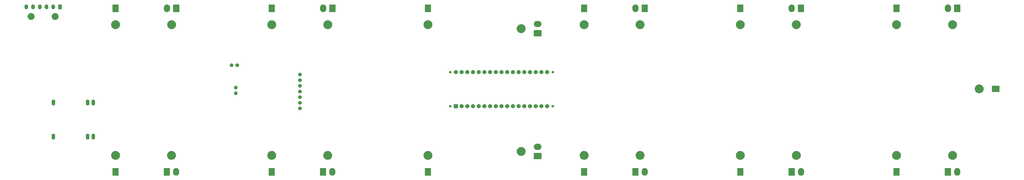
<source format=gbr>
G04 #@! TF.GenerationSoftware,KiCad,Pcbnew,(5.1.5)-3*
G04 #@! TF.CreationDate,2020-07-05T20:42:40-04:00*
G04 #@! TF.ProjectId,Slave Board,536c6176-6520-4426-9f61-72642e6b6963,rev?*
G04 #@! TF.SameCoordinates,Original*
G04 #@! TF.FileFunction,Soldermask,Bot*
G04 #@! TF.FilePolarity,Negative*
%FSLAX46Y46*%
G04 Gerber Fmt 4.6, Leading zero omitted, Abs format (unit mm)*
G04 Created by KiCad (PCBNEW (5.1.5)-3) date 2020-07-05 20:42:40*
%MOMM*%
%LPD*%
G04 APERTURE LIST*
%ADD10C,0.100000*%
G04 APERTURE END LIST*
D10*
G36*
X142838760Y-249143837D02*
G01*
X143097199Y-249222234D01*
X143335370Y-249349539D01*
X143544134Y-249520867D01*
X143715461Y-249729628D01*
X143842766Y-249967800D01*
X143921163Y-250226239D01*
X143941000Y-250427651D01*
X143941000Y-251222348D01*
X143921163Y-251423760D01*
X143842766Y-251682200D01*
X143715461Y-251920372D01*
X143544134Y-252129134D01*
X143335372Y-252300461D01*
X143097200Y-252427766D01*
X142838761Y-252506163D01*
X142570000Y-252532633D01*
X142301240Y-252506163D01*
X142042801Y-252427766D01*
X141804630Y-252300461D01*
X141595866Y-252129133D01*
X141424539Y-251920372D01*
X141297234Y-251682200D01*
X141218837Y-251423761D01*
X141199000Y-251222349D01*
X141199000Y-250427652D01*
X141218837Y-250226240D01*
X141297234Y-249967801D01*
X141424539Y-249729630D01*
X141595867Y-249520866D01*
X141804628Y-249349539D01*
X142042800Y-249222234D01*
X142301239Y-249143837D01*
X142570000Y-249117367D01*
X142838760Y-249143837D01*
G37*
G36*
X212434760Y-249143837D02*
G01*
X212693199Y-249222234D01*
X212931370Y-249349539D01*
X213140134Y-249520867D01*
X213311461Y-249729628D01*
X213438766Y-249967800D01*
X213517163Y-250226239D01*
X213537000Y-250427651D01*
X213537000Y-251222348D01*
X213517163Y-251423760D01*
X213438766Y-251682200D01*
X213311461Y-251920372D01*
X213140134Y-252129134D01*
X212931372Y-252300461D01*
X212693200Y-252427766D01*
X212434761Y-252506163D01*
X212166000Y-252532633D01*
X211897240Y-252506163D01*
X211638801Y-252427766D01*
X211400630Y-252300461D01*
X211191866Y-252129133D01*
X211020539Y-251920372D01*
X210893234Y-251682200D01*
X210814837Y-251423761D01*
X210795000Y-251222349D01*
X210795000Y-250427652D01*
X210814837Y-250226240D01*
X210893234Y-249967801D01*
X211020539Y-249729630D01*
X211191867Y-249520866D01*
X211400628Y-249349539D01*
X211638800Y-249222234D01*
X211897239Y-249143837D01*
X212166000Y-249117367D01*
X212434760Y-249143837D01*
G37*
G36*
X490869760Y-249143837D02*
G01*
X491128199Y-249222234D01*
X491366370Y-249349539D01*
X491575134Y-249520867D01*
X491746461Y-249729628D01*
X491873766Y-249967800D01*
X491952163Y-250226239D01*
X491972000Y-250427651D01*
X491972000Y-251222348D01*
X491952163Y-251423760D01*
X491873766Y-251682200D01*
X491746461Y-251920372D01*
X491575134Y-252129134D01*
X491366372Y-252300461D01*
X491128200Y-252427766D01*
X490869761Y-252506163D01*
X490601000Y-252532633D01*
X490332240Y-252506163D01*
X490073801Y-252427766D01*
X489835630Y-252300461D01*
X489626866Y-252129133D01*
X489455539Y-251920372D01*
X489328234Y-251682200D01*
X489249837Y-251423761D01*
X489230000Y-251222349D01*
X489230000Y-250427652D01*
X489249837Y-250226240D01*
X489328234Y-249967801D01*
X489455539Y-249729630D01*
X489626867Y-249520866D01*
X489835628Y-249349539D01*
X490073800Y-249222234D01*
X490332239Y-249143837D01*
X490601000Y-249117367D01*
X490869760Y-249143837D01*
G37*
G36*
X351626760Y-249143837D02*
G01*
X351885199Y-249222234D01*
X352123370Y-249349539D01*
X352332134Y-249520867D01*
X352503461Y-249729628D01*
X352630766Y-249967800D01*
X352709163Y-250226239D01*
X352729000Y-250427651D01*
X352729000Y-251222348D01*
X352709163Y-251423760D01*
X352630766Y-251682200D01*
X352503461Y-251920372D01*
X352332134Y-252129134D01*
X352123372Y-252300461D01*
X351885200Y-252427766D01*
X351626761Y-252506163D01*
X351358000Y-252532633D01*
X351089240Y-252506163D01*
X350830801Y-252427766D01*
X350592630Y-252300461D01*
X350383866Y-252129133D01*
X350212539Y-251920372D01*
X350085234Y-251682200D01*
X350006837Y-251423761D01*
X349987000Y-251222349D01*
X349987000Y-250427652D01*
X350006837Y-250226240D01*
X350085234Y-249967801D01*
X350212539Y-249729630D01*
X350383867Y-249520866D01*
X350592628Y-249349539D01*
X350830800Y-249222234D01*
X351089239Y-249143837D01*
X351358000Y-249117367D01*
X351626760Y-249143837D01*
G37*
G36*
X421273760Y-249143837D02*
G01*
X421532199Y-249222234D01*
X421770370Y-249349539D01*
X421979134Y-249520867D01*
X422150461Y-249729628D01*
X422277766Y-249967800D01*
X422356163Y-250226239D01*
X422376000Y-250427651D01*
X422376000Y-251222348D01*
X422356163Y-251423760D01*
X422277766Y-251682200D01*
X422150461Y-251920372D01*
X421979134Y-252129134D01*
X421770372Y-252300461D01*
X421532200Y-252427766D01*
X421273761Y-252506163D01*
X421005000Y-252532633D01*
X420736240Y-252506163D01*
X420477801Y-252427766D01*
X420239630Y-252300461D01*
X420030866Y-252129133D01*
X419859539Y-251920372D01*
X419732234Y-251682200D01*
X419653837Y-251423761D01*
X419634000Y-251222349D01*
X419634000Y-250427652D01*
X419653837Y-250226240D01*
X419732234Y-249967801D01*
X419859539Y-249729630D01*
X420030867Y-249520866D01*
X420239628Y-249349539D01*
X420477800Y-249222234D01*
X420736239Y-249143837D01*
X421005000Y-249117367D01*
X421273760Y-249143837D01*
G37*
G36*
X348461436Y-249127635D02*
G01*
X348491027Y-249136611D01*
X348518296Y-249151187D01*
X348542198Y-249170802D01*
X348561813Y-249194704D01*
X348576389Y-249221973D01*
X348585365Y-249251564D01*
X348589000Y-249288474D01*
X348589000Y-252361526D01*
X348585365Y-252398436D01*
X348576389Y-252428027D01*
X348561813Y-252455296D01*
X348542198Y-252479198D01*
X348518296Y-252498813D01*
X348491027Y-252513389D01*
X348461436Y-252522365D01*
X348424526Y-252526000D01*
X346011474Y-252526000D01*
X345974564Y-252522365D01*
X345944973Y-252513389D01*
X345917704Y-252498813D01*
X345893802Y-252479198D01*
X345874187Y-252455296D01*
X345859611Y-252428027D01*
X345850635Y-252398436D01*
X345847000Y-252361526D01*
X345847000Y-249288474D01*
X345850635Y-249251564D01*
X345859611Y-249221973D01*
X345874187Y-249194704D01*
X345893802Y-249170802D01*
X345917704Y-249151187D01*
X345944973Y-249136611D01*
X345974564Y-249127635D01*
X346011474Y-249124000D01*
X348424526Y-249124000D01*
X348461436Y-249127635D01*
G37*
G36*
X418108436Y-249127635D02*
G01*
X418138027Y-249136611D01*
X418165296Y-249151187D01*
X418189198Y-249170802D01*
X418208813Y-249194704D01*
X418223389Y-249221973D01*
X418232365Y-249251564D01*
X418236000Y-249288474D01*
X418236000Y-252361526D01*
X418232365Y-252398436D01*
X418223389Y-252428027D01*
X418208813Y-252455296D01*
X418189198Y-252479198D01*
X418165296Y-252498813D01*
X418138027Y-252513389D01*
X418108436Y-252522365D01*
X418071526Y-252526000D01*
X415658474Y-252526000D01*
X415621564Y-252522365D01*
X415591973Y-252513389D01*
X415564704Y-252498813D01*
X415540802Y-252479198D01*
X415521187Y-252455296D01*
X415506611Y-252428027D01*
X415497635Y-252398436D01*
X415494000Y-252361526D01*
X415494000Y-249288474D01*
X415497635Y-249251564D01*
X415506611Y-249221973D01*
X415521187Y-249194704D01*
X415540802Y-249170802D01*
X415564704Y-249151187D01*
X415591973Y-249136611D01*
X415621564Y-249127635D01*
X415658474Y-249124000D01*
X418071526Y-249124000D01*
X418108436Y-249127635D01*
G37*
G36*
X487704436Y-249127635D02*
G01*
X487734027Y-249136611D01*
X487761296Y-249151187D01*
X487785198Y-249170802D01*
X487804813Y-249194704D01*
X487819389Y-249221973D01*
X487828365Y-249251564D01*
X487832000Y-249288474D01*
X487832000Y-252361526D01*
X487828365Y-252398436D01*
X487819389Y-252428027D01*
X487804813Y-252455296D01*
X487785198Y-252479198D01*
X487761296Y-252498813D01*
X487734027Y-252513389D01*
X487704436Y-252522365D01*
X487667526Y-252526000D01*
X485254474Y-252526000D01*
X485217564Y-252522365D01*
X485187973Y-252513389D01*
X485160704Y-252498813D01*
X485136802Y-252479198D01*
X485117187Y-252455296D01*
X485102611Y-252428027D01*
X485093635Y-252398436D01*
X485090000Y-252361526D01*
X485090000Y-249288474D01*
X485093635Y-249251564D01*
X485102611Y-249221973D01*
X485117187Y-249194704D01*
X485136802Y-249170802D01*
X485160704Y-249151187D01*
X485187973Y-249136611D01*
X485217564Y-249127635D01*
X485254474Y-249124000D01*
X487667526Y-249124000D01*
X487704436Y-249127635D01*
G37*
G36*
X116813436Y-249127635D02*
G01*
X116843027Y-249136611D01*
X116870296Y-249151187D01*
X116894198Y-249170802D01*
X116913813Y-249194704D01*
X116928389Y-249221973D01*
X116937365Y-249251564D01*
X116941000Y-249288474D01*
X116941000Y-252361526D01*
X116937365Y-252398436D01*
X116928389Y-252428027D01*
X116913813Y-252455296D01*
X116894198Y-252479198D01*
X116870296Y-252498813D01*
X116843027Y-252513389D01*
X116813436Y-252522365D01*
X116776526Y-252526000D01*
X114363474Y-252526000D01*
X114326564Y-252522365D01*
X114296973Y-252513389D01*
X114269704Y-252498813D01*
X114245802Y-252479198D01*
X114226187Y-252455296D01*
X114211611Y-252428027D01*
X114202635Y-252398436D01*
X114199000Y-252361526D01*
X114199000Y-249288474D01*
X114202635Y-249251564D01*
X114211611Y-249221973D01*
X114226187Y-249194704D01*
X114245802Y-249170802D01*
X114269704Y-249151187D01*
X114296973Y-249136611D01*
X114326564Y-249127635D01*
X114363474Y-249124000D01*
X116776526Y-249124000D01*
X116813436Y-249127635D01*
G37*
G36*
X186409436Y-249127635D02*
G01*
X186439027Y-249136611D01*
X186466296Y-249151187D01*
X186490198Y-249170802D01*
X186509813Y-249194704D01*
X186524389Y-249221973D01*
X186533365Y-249251564D01*
X186537000Y-249288474D01*
X186537000Y-252361526D01*
X186533365Y-252398436D01*
X186524389Y-252428027D01*
X186509813Y-252455296D01*
X186490198Y-252479198D01*
X186466296Y-252498813D01*
X186439027Y-252513389D01*
X186409436Y-252522365D01*
X186372526Y-252526000D01*
X183959474Y-252526000D01*
X183922564Y-252522365D01*
X183892973Y-252513389D01*
X183865704Y-252498813D01*
X183841802Y-252479198D01*
X183822187Y-252455296D01*
X183807611Y-252428027D01*
X183798635Y-252398436D01*
X183795000Y-252361526D01*
X183795000Y-249288474D01*
X183798635Y-249251564D01*
X183807611Y-249221973D01*
X183822187Y-249194704D01*
X183841802Y-249170802D01*
X183865704Y-249151187D01*
X183892973Y-249136611D01*
X183922564Y-249127635D01*
X183959474Y-249124000D01*
X186372526Y-249124000D01*
X186409436Y-249127635D01*
G37*
G36*
X256005436Y-249127635D02*
G01*
X256035027Y-249136611D01*
X256062296Y-249151187D01*
X256086198Y-249170802D01*
X256105813Y-249194704D01*
X256120389Y-249221973D01*
X256129365Y-249251564D01*
X256133000Y-249288474D01*
X256133000Y-252361526D01*
X256129365Y-252398436D01*
X256120389Y-252428027D01*
X256105813Y-252455296D01*
X256086198Y-252479198D01*
X256062296Y-252498813D01*
X256035027Y-252513389D01*
X256005436Y-252522365D01*
X255968526Y-252526000D01*
X253555474Y-252526000D01*
X253518564Y-252522365D01*
X253488973Y-252513389D01*
X253461704Y-252498813D01*
X253437802Y-252479198D01*
X253418187Y-252455296D01*
X253403611Y-252428027D01*
X253394635Y-252398436D01*
X253391000Y-252361526D01*
X253391000Y-249288474D01*
X253394635Y-249251564D01*
X253403611Y-249221973D01*
X253418187Y-249194704D01*
X253437802Y-249170802D01*
X253461704Y-249151187D01*
X253488973Y-249136611D01*
X253518564Y-249127635D01*
X253555474Y-249124000D01*
X255968526Y-249124000D01*
X256005436Y-249127635D01*
G37*
G36*
X325601436Y-249127635D02*
G01*
X325631027Y-249136611D01*
X325658296Y-249151187D01*
X325682198Y-249170802D01*
X325701813Y-249194704D01*
X325716389Y-249221973D01*
X325725365Y-249251564D01*
X325729000Y-249288474D01*
X325729000Y-252361526D01*
X325725365Y-252398436D01*
X325716389Y-252428027D01*
X325701813Y-252455296D01*
X325682198Y-252479198D01*
X325658296Y-252498813D01*
X325631027Y-252513389D01*
X325601436Y-252522365D01*
X325564526Y-252526000D01*
X323151474Y-252526000D01*
X323114564Y-252522365D01*
X323084973Y-252513389D01*
X323057704Y-252498813D01*
X323033802Y-252479198D01*
X323014187Y-252455296D01*
X322999611Y-252428027D01*
X322990635Y-252398436D01*
X322987000Y-252361526D01*
X322987000Y-249288474D01*
X322990635Y-249251564D01*
X322999611Y-249221973D01*
X323014187Y-249194704D01*
X323033802Y-249170802D01*
X323057704Y-249151187D01*
X323084973Y-249136611D01*
X323114564Y-249127635D01*
X323151474Y-249124000D01*
X325564526Y-249124000D01*
X325601436Y-249127635D01*
G37*
G36*
X395197436Y-249127635D02*
G01*
X395227027Y-249136611D01*
X395254296Y-249151187D01*
X395278198Y-249170802D01*
X395297813Y-249194704D01*
X395312389Y-249221973D01*
X395321365Y-249251564D01*
X395325000Y-249288474D01*
X395325000Y-252361526D01*
X395321365Y-252398436D01*
X395312389Y-252428027D01*
X395297813Y-252455296D01*
X395278198Y-252479198D01*
X395254296Y-252498813D01*
X395227027Y-252513389D01*
X395197436Y-252522365D01*
X395160526Y-252526000D01*
X392747474Y-252526000D01*
X392710564Y-252522365D01*
X392680973Y-252513389D01*
X392653704Y-252498813D01*
X392629802Y-252479198D01*
X392610187Y-252455296D01*
X392595611Y-252428027D01*
X392586635Y-252398436D01*
X392583000Y-252361526D01*
X392583000Y-249288474D01*
X392586635Y-249251564D01*
X392595611Y-249221973D01*
X392610187Y-249194704D01*
X392629802Y-249170802D01*
X392653704Y-249151187D01*
X392680973Y-249136611D01*
X392710564Y-249127635D01*
X392747474Y-249124000D01*
X395160526Y-249124000D01*
X395197436Y-249127635D01*
G37*
G36*
X464793436Y-249127635D02*
G01*
X464823027Y-249136611D01*
X464850296Y-249151187D01*
X464874198Y-249170802D01*
X464893813Y-249194704D01*
X464908389Y-249221973D01*
X464917365Y-249251564D01*
X464921000Y-249288474D01*
X464921000Y-252361526D01*
X464917365Y-252398436D01*
X464908389Y-252428027D01*
X464893813Y-252455296D01*
X464874198Y-252479198D01*
X464850296Y-252498813D01*
X464823027Y-252513389D01*
X464793436Y-252522365D01*
X464756526Y-252526000D01*
X462343474Y-252526000D01*
X462306564Y-252522365D01*
X462276973Y-252513389D01*
X462249704Y-252498813D01*
X462225802Y-252479198D01*
X462206187Y-252455296D01*
X462191611Y-252428027D01*
X462182635Y-252398436D01*
X462179000Y-252361526D01*
X462179000Y-249288474D01*
X462182635Y-249251564D01*
X462191611Y-249221973D01*
X462206187Y-249194704D01*
X462225802Y-249170802D01*
X462249704Y-249151187D01*
X462276973Y-249136611D01*
X462306564Y-249127635D01*
X462343474Y-249124000D01*
X464756526Y-249124000D01*
X464793436Y-249127635D01*
G37*
G36*
X139673436Y-249127635D02*
G01*
X139703027Y-249136611D01*
X139730296Y-249151187D01*
X139754198Y-249170802D01*
X139773813Y-249194704D01*
X139788389Y-249221973D01*
X139797365Y-249251564D01*
X139801000Y-249288474D01*
X139801000Y-252361526D01*
X139797365Y-252398436D01*
X139788389Y-252428027D01*
X139773813Y-252455296D01*
X139754198Y-252479198D01*
X139730296Y-252498813D01*
X139703027Y-252513389D01*
X139673436Y-252522365D01*
X139636526Y-252526000D01*
X137223474Y-252526000D01*
X137186564Y-252522365D01*
X137156973Y-252513389D01*
X137129704Y-252498813D01*
X137105802Y-252479198D01*
X137086187Y-252455296D01*
X137071611Y-252428027D01*
X137062635Y-252398436D01*
X137059000Y-252361526D01*
X137059000Y-249288474D01*
X137062635Y-249251564D01*
X137071611Y-249221973D01*
X137086187Y-249194704D01*
X137105802Y-249170802D01*
X137129704Y-249151187D01*
X137156973Y-249136611D01*
X137186564Y-249127635D01*
X137223474Y-249124000D01*
X139636526Y-249124000D01*
X139673436Y-249127635D01*
G37*
G36*
X209269436Y-249127635D02*
G01*
X209299027Y-249136611D01*
X209326296Y-249151187D01*
X209350198Y-249170802D01*
X209369813Y-249194704D01*
X209384389Y-249221973D01*
X209393365Y-249251564D01*
X209397000Y-249288474D01*
X209397000Y-252361526D01*
X209393365Y-252398436D01*
X209384389Y-252428027D01*
X209369813Y-252455296D01*
X209350198Y-252479198D01*
X209326296Y-252498813D01*
X209299027Y-252513389D01*
X209269436Y-252522365D01*
X209232526Y-252526000D01*
X206819474Y-252526000D01*
X206782564Y-252522365D01*
X206752973Y-252513389D01*
X206725704Y-252498813D01*
X206701802Y-252479198D01*
X206682187Y-252455296D01*
X206667611Y-252428027D01*
X206658635Y-252398436D01*
X206655000Y-252361526D01*
X206655000Y-249288474D01*
X206658635Y-249251564D01*
X206667611Y-249221973D01*
X206682187Y-249194704D01*
X206701802Y-249170802D01*
X206725704Y-249151187D01*
X206752973Y-249136611D01*
X206782564Y-249127635D01*
X206819474Y-249124000D01*
X209232526Y-249124000D01*
X209269436Y-249127635D01*
G37*
G36*
X116147835Y-241580128D02*
G01*
X116508354Y-241729460D01*
X116508355Y-241729461D01*
X116832814Y-241946257D01*
X117108743Y-242222186D01*
X117158622Y-242296836D01*
X117325540Y-242546646D01*
X117474872Y-242907165D01*
X117551000Y-243289887D01*
X117551000Y-243680113D01*
X117474872Y-244062835D01*
X117325540Y-244423354D01*
X117325539Y-244423355D01*
X117108743Y-244747814D01*
X116832814Y-245023743D01*
X116694382Y-245116240D01*
X116508354Y-245240540D01*
X116147835Y-245389872D01*
X115765113Y-245466000D01*
X115374887Y-245466000D01*
X114992165Y-245389872D01*
X114631646Y-245240540D01*
X114445618Y-245116240D01*
X114307186Y-245023743D01*
X114031257Y-244747814D01*
X113814461Y-244423355D01*
X113814460Y-244423354D01*
X113665128Y-244062835D01*
X113589000Y-243680113D01*
X113589000Y-243289887D01*
X113665128Y-242907165D01*
X113814460Y-242546646D01*
X113981378Y-242296836D01*
X114031257Y-242222186D01*
X114307186Y-241946257D01*
X114631645Y-241729461D01*
X114631646Y-241729460D01*
X114992165Y-241580128D01*
X115374887Y-241504000D01*
X115765113Y-241504000D01*
X116147835Y-241580128D01*
G37*
G36*
X210673835Y-241580128D02*
G01*
X211034354Y-241729460D01*
X211034355Y-241729461D01*
X211358814Y-241946257D01*
X211634743Y-242222186D01*
X211684622Y-242296836D01*
X211851540Y-242546646D01*
X212000872Y-242907165D01*
X212077000Y-243289887D01*
X212077000Y-243680113D01*
X212000872Y-244062835D01*
X211851540Y-244423354D01*
X211851539Y-244423355D01*
X211634743Y-244747814D01*
X211358814Y-245023743D01*
X211220382Y-245116240D01*
X211034354Y-245240540D01*
X210673835Y-245389872D01*
X210291113Y-245466000D01*
X209900887Y-245466000D01*
X209518165Y-245389872D01*
X209157646Y-245240540D01*
X208971618Y-245116240D01*
X208833186Y-245023743D01*
X208557257Y-244747814D01*
X208340461Y-244423355D01*
X208340460Y-244423354D01*
X208191128Y-244062835D01*
X208115000Y-243680113D01*
X208115000Y-243289887D01*
X208191128Y-242907165D01*
X208340460Y-242546646D01*
X208507378Y-242296836D01*
X208557257Y-242222186D01*
X208833186Y-241946257D01*
X209157645Y-241729461D01*
X209157646Y-241729460D01*
X209518165Y-241580128D01*
X209900887Y-241504000D01*
X210291113Y-241504000D01*
X210673835Y-241580128D01*
G37*
G36*
X141077835Y-241580128D02*
G01*
X141438354Y-241729460D01*
X141438355Y-241729461D01*
X141762814Y-241946257D01*
X142038743Y-242222186D01*
X142088622Y-242296836D01*
X142255540Y-242546646D01*
X142404872Y-242907165D01*
X142481000Y-243289887D01*
X142481000Y-243680113D01*
X142404872Y-244062835D01*
X142255540Y-244423354D01*
X142255539Y-244423355D01*
X142038743Y-244747814D01*
X141762814Y-245023743D01*
X141624382Y-245116240D01*
X141438354Y-245240540D01*
X141077835Y-245389872D01*
X140695113Y-245466000D01*
X140304887Y-245466000D01*
X139922165Y-245389872D01*
X139561646Y-245240540D01*
X139375618Y-245116240D01*
X139237186Y-245023743D01*
X138961257Y-244747814D01*
X138744461Y-244423355D01*
X138744460Y-244423354D01*
X138595128Y-244062835D01*
X138519000Y-243680113D01*
X138519000Y-243289887D01*
X138595128Y-242907165D01*
X138744460Y-242546646D01*
X138911378Y-242296836D01*
X138961257Y-242222186D01*
X139237186Y-241946257D01*
X139561645Y-241729461D01*
X139561646Y-241729460D01*
X139922165Y-241580128D01*
X140304887Y-241504000D01*
X140695113Y-241504000D01*
X141077835Y-241580128D01*
G37*
G36*
X464127835Y-241580128D02*
G01*
X464488354Y-241729460D01*
X464488355Y-241729461D01*
X464812814Y-241946257D01*
X465088743Y-242222186D01*
X465138622Y-242296836D01*
X465305540Y-242546646D01*
X465454872Y-242907165D01*
X465531000Y-243289887D01*
X465531000Y-243680113D01*
X465454872Y-244062835D01*
X465305540Y-244423354D01*
X465305539Y-244423355D01*
X465088743Y-244747814D01*
X464812814Y-245023743D01*
X464674382Y-245116240D01*
X464488354Y-245240540D01*
X464127835Y-245389872D01*
X463745113Y-245466000D01*
X463354887Y-245466000D01*
X462972165Y-245389872D01*
X462611646Y-245240540D01*
X462425618Y-245116240D01*
X462287186Y-245023743D01*
X462011257Y-244747814D01*
X461794461Y-244423355D01*
X461794460Y-244423354D01*
X461645128Y-244062835D01*
X461569000Y-243680113D01*
X461569000Y-243289887D01*
X461645128Y-242907165D01*
X461794460Y-242546646D01*
X461961378Y-242296836D01*
X462011257Y-242222186D01*
X462287186Y-241946257D01*
X462611645Y-241729461D01*
X462611646Y-241729460D01*
X462972165Y-241580128D01*
X463354887Y-241504000D01*
X463745113Y-241504000D01*
X464127835Y-241580128D01*
G37*
G36*
X349865835Y-241580128D02*
G01*
X350226354Y-241729460D01*
X350226355Y-241729461D01*
X350550814Y-241946257D01*
X350826743Y-242222186D01*
X350876622Y-242296836D01*
X351043540Y-242546646D01*
X351192872Y-242907165D01*
X351269000Y-243289887D01*
X351269000Y-243680113D01*
X351192872Y-244062835D01*
X351043540Y-244423354D01*
X351043539Y-244423355D01*
X350826743Y-244747814D01*
X350550814Y-245023743D01*
X350412382Y-245116240D01*
X350226354Y-245240540D01*
X349865835Y-245389872D01*
X349483113Y-245466000D01*
X349092887Y-245466000D01*
X348710165Y-245389872D01*
X348349646Y-245240540D01*
X348163618Y-245116240D01*
X348025186Y-245023743D01*
X347749257Y-244747814D01*
X347532461Y-244423355D01*
X347532460Y-244423354D01*
X347383128Y-244062835D01*
X347307000Y-243680113D01*
X347307000Y-243289887D01*
X347383128Y-242907165D01*
X347532460Y-242546646D01*
X347699378Y-242296836D01*
X347749257Y-242222186D01*
X348025186Y-241946257D01*
X348349645Y-241729461D01*
X348349646Y-241729460D01*
X348710165Y-241580128D01*
X349092887Y-241504000D01*
X349483113Y-241504000D01*
X349865835Y-241580128D01*
G37*
G36*
X419512835Y-241580128D02*
G01*
X419873354Y-241729460D01*
X419873355Y-241729461D01*
X420197814Y-241946257D01*
X420473743Y-242222186D01*
X420523622Y-242296836D01*
X420690540Y-242546646D01*
X420839872Y-242907165D01*
X420916000Y-243289887D01*
X420916000Y-243680113D01*
X420839872Y-244062835D01*
X420690540Y-244423354D01*
X420690539Y-244423355D01*
X420473743Y-244747814D01*
X420197814Y-245023743D01*
X420059382Y-245116240D01*
X419873354Y-245240540D01*
X419512835Y-245389872D01*
X419130113Y-245466000D01*
X418739887Y-245466000D01*
X418357165Y-245389872D01*
X417996646Y-245240540D01*
X417810618Y-245116240D01*
X417672186Y-245023743D01*
X417396257Y-244747814D01*
X417179461Y-244423355D01*
X417179460Y-244423354D01*
X417030128Y-244062835D01*
X416954000Y-243680113D01*
X416954000Y-243289887D01*
X417030128Y-242907165D01*
X417179460Y-242546646D01*
X417346378Y-242296836D01*
X417396257Y-242222186D01*
X417672186Y-241946257D01*
X417996645Y-241729461D01*
X417996646Y-241729460D01*
X418357165Y-241580128D01*
X418739887Y-241504000D01*
X419130113Y-241504000D01*
X419512835Y-241580128D01*
G37*
G36*
X185743835Y-241580128D02*
G01*
X186104354Y-241729460D01*
X186104355Y-241729461D01*
X186428814Y-241946257D01*
X186704743Y-242222186D01*
X186754622Y-242296836D01*
X186921540Y-242546646D01*
X187070872Y-242907165D01*
X187147000Y-243289887D01*
X187147000Y-243680113D01*
X187070872Y-244062835D01*
X186921540Y-244423354D01*
X186921539Y-244423355D01*
X186704743Y-244747814D01*
X186428814Y-245023743D01*
X186290382Y-245116240D01*
X186104354Y-245240540D01*
X185743835Y-245389872D01*
X185361113Y-245466000D01*
X184970887Y-245466000D01*
X184588165Y-245389872D01*
X184227646Y-245240540D01*
X184041618Y-245116240D01*
X183903186Y-245023743D01*
X183627257Y-244747814D01*
X183410461Y-244423355D01*
X183410460Y-244423354D01*
X183261128Y-244062835D01*
X183185000Y-243680113D01*
X183185000Y-243289887D01*
X183261128Y-242907165D01*
X183410460Y-242546646D01*
X183577378Y-242296836D01*
X183627257Y-242222186D01*
X183903186Y-241946257D01*
X184227645Y-241729461D01*
X184227646Y-241729460D01*
X184588165Y-241580128D01*
X184970887Y-241504000D01*
X185361113Y-241504000D01*
X185743835Y-241580128D01*
G37*
G36*
X489108835Y-241580128D02*
G01*
X489469354Y-241729460D01*
X489469355Y-241729461D01*
X489793814Y-241946257D01*
X490069743Y-242222186D01*
X490119622Y-242296836D01*
X490286540Y-242546646D01*
X490435872Y-242907165D01*
X490512000Y-243289887D01*
X490512000Y-243680113D01*
X490435872Y-244062835D01*
X490286540Y-244423354D01*
X490286539Y-244423355D01*
X490069743Y-244747814D01*
X489793814Y-245023743D01*
X489655382Y-245116240D01*
X489469354Y-245240540D01*
X489108835Y-245389872D01*
X488726113Y-245466000D01*
X488335887Y-245466000D01*
X487953165Y-245389872D01*
X487592646Y-245240540D01*
X487406618Y-245116240D01*
X487268186Y-245023743D01*
X486992257Y-244747814D01*
X486775461Y-244423355D01*
X486775460Y-244423354D01*
X486626128Y-244062835D01*
X486550000Y-243680113D01*
X486550000Y-243289887D01*
X486626128Y-242907165D01*
X486775460Y-242546646D01*
X486942378Y-242296836D01*
X486992257Y-242222186D01*
X487268186Y-241946257D01*
X487592645Y-241729461D01*
X487592646Y-241729460D01*
X487953165Y-241580128D01*
X488335887Y-241504000D01*
X488726113Y-241504000D01*
X489108835Y-241580128D01*
G37*
G36*
X255339835Y-241580128D02*
G01*
X255700354Y-241729460D01*
X255700355Y-241729461D01*
X256024814Y-241946257D01*
X256300743Y-242222186D01*
X256350622Y-242296836D01*
X256517540Y-242546646D01*
X256666872Y-242907165D01*
X256743000Y-243289887D01*
X256743000Y-243680113D01*
X256666872Y-244062835D01*
X256517540Y-244423354D01*
X256517539Y-244423355D01*
X256300743Y-244747814D01*
X256024814Y-245023743D01*
X255886382Y-245116240D01*
X255700354Y-245240540D01*
X255339835Y-245389872D01*
X254957113Y-245466000D01*
X254566887Y-245466000D01*
X254184165Y-245389872D01*
X253823646Y-245240540D01*
X253637618Y-245116240D01*
X253499186Y-245023743D01*
X253223257Y-244747814D01*
X253006461Y-244423355D01*
X253006460Y-244423354D01*
X252857128Y-244062835D01*
X252781000Y-243680113D01*
X252781000Y-243289887D01*
X252857128Y-242907165D01*
X253006460Y-242546646D01*
X253173378Y-242296836D01*
X253223257Y-242222186D01*
X253499186Y-241946257D01*
X253823645Y-241729461D01*
X253823646Y-241729460D01*
X254184165Y-241580128D01*
X254566887Y-241504000D01*
X254957113Y-241504000D01*
X255339835Y-241580128D01*
G37*
G36*
X324935835Y-241580128D02*
G01*
X325296354Y-241729460D01*
X325296355Y-241729461D01*
X325620814Y-241946257D01*
X325896743Y-242222186D01*
X325946622Y-242296836D01*
X326113540Y-242546646D01*
X326262872Y-242907165D01*
X326339000Y-243289887D01*
X326339000Y-243680113D01*
X326262872Y-244062835D01*
X326113540Y-244423354D01*
X326113539Y-244423355D01*
X325896743Y-244747814D01*
X325620814Y-245023743D01*
X325482382Y-245116240D01*
X325296354Y-245240540D01*
X324935835Y-245389872D01*
X324553113Y-245466000D01*
X324162887Y-245466000D01*
X323780165Y-245389872D01*
X323419646Y-245240540D01*
X323233618Y-245116240D01*
X323095186Y-245023743D01*
X322819257Y-244747814D01*
X322602461Y-244423355D01*
X322602460Y-244423354D01*
X322453128Y-244062835D01*
X322377000Y-243680113D01*
X322377000Y-243289887D01*
X322453128Y-242907165D01*
X322602460Y-242546646D01*
X322769378Y-242296836D01*
X322819257Y-242222186D01*
X323095186Y-241946257D01*
X323419645Y-241729461D01*
X323419646Y-241729460D01*
X323780165Y-241580128D01*
X324162887Y-241504000D01*
X324553113Y-241504000D01*
X324935835Y-241580128D01*
G37*
G36*
X394531835Y-241580128D02*
G01*
X394892354Y-241729460D01*
X394892355Y-241729461D01*
X395216814Y-241946257D01*
X395492743Y-242222186D01*
X395542622Y-242296836D01*
X395709540Y-242546646D01*
X395858872Y-242907165D01*
X395935000Y-243289887D01*
X395935000Y-243680113D01*
X395858872Y-244062835D01*
X395709540Y-244423354D01*
X395709539Y-244423355D01*
X395492743Y-244747814D01*
X395216814Y-245023743D01*
X395078382Y-245116240D01*
X394892354Y-245240540D01*
X394531835Y-245389872D01*
X394149113Y-245466000D01*
X393758887Y-245466000D01*
X393376165Y-245389872D01*
X393015646Y-245240540D01*
X392829618Y-245116240D01*
X392691186Y-245023743D01*
X392415257Y-244747814D01*
X392198461Y-244423355D01*
X392198460Y-244423354D01*
X392049128Y-244062835D01*
X391973000Y-243680113D01*
X391973000Y-243289887D01*
X392049128Y-242907165D01*
X392198460Y-242546646D01*
X392365378Y-242296836D01*
X392415257Y-242222186D01*
X392691186Y-241946257D01*
X393015645Y-241729461D01*
X393015646Y-241729460D01*
X393376165Y-241580128D01*
X393758887Y-241504000D01*
X394149113Y-241504000D01*
X394531835Y-241580128D01*
G37*
G36*
X305230436Y-242421635D02*
G01*
X305260027Y-242430611D01*
X305287296Y-242445187D01*
X305311198Y-242464802D01*
X305330813Y-242488704D01*
X305345389Y-242515973D01*
X305354365Y-242545564D01*
X305358000Y-242582474D01*
X305358000Y-244995526D01*
X305354365Y-245032436D01*
X305345389Y-245062027D01*
X305330813Y-245089296D01*
X305311198Y-245113198D01*
X305287296Y-245132813D01*
X305260027Y-245147389D01*
X305230436Y-245156365D01*
X305193526Y-245160000D01*
X302120474Y-245160000D01*
X302083564Y-245156365D01*
X302053973Y-245147389D01*
X302026704Y-245132813D01*
X302002802Y-245113198D01*
X301983187Y-245089296D01*
X301968611Y-245062027D01*
X301959635Y-245032436D01*
X301956000Y-244995526D01*
X301956000Y-242582474D01*
X301959635Y-242545564D01*
X301968611Y-242515973D01*
X301983187Y-242488704D01*
X302002802Y-242464802D01*
X302026704Y-242445187D01*
X302053973Y-242430611D01*
X302083564Y-242421635D01*
X302120474Y-242418000D01*
X305193526Y-242418000D01*
X305230436Y-242421635D01*
G37*
G36*
X296894835Y-239814128D02*
G01*
X297255354Y-239963460D01*
X297255355Y-239963461D01*
X297579814Y-240180257D01*
X297855743Y-240456186D01*
X297967294Y-240623134D01*
X298072540Y-240780646D01*
X298221872Y-241141165D01*
X298298000Y-241523887D01*
X298298000Y-241914113D01*
X298221872Y-242296835D01*
X298072540Y-242657354D01*
X298000602Y-242765017D01*
X297855743Y-242981814D01*
X297579814Y-243257743D01*
X297363017Y-243402602D01*
X297255354Y-243474540D01*
X296894835Y-243623872D01*
X296512113Y-243700000D01*
X296121887Y-243700000D01*
X295739165Y-243623872D01*
X295378646Y-243474540D01*
X295270983Y-243402602D01*
X295054186Y-243257743D01*
X294778257Y-242981814D01*
X294633398Y-242765017D01*
X294561460Y-242657354D01*
X294412128Y-242296835D01*
X294336000Y-241914113D01*
X294336000Y-241523887D01*
X294412128Y-241141165D01*
X294561460Y-240780646D01*
X294666706Y-240623134D01*
X294778257Y-240456186D01*
X295054186Y-240180257D01*
X295378645Y-239963461D01*
X295378646Y-239963460D01*
X295739165Y-239814128D01*
X296121887Y-239738000D01*
X296512113Y-239738000D01*
X296894835Y-239814128D01*
G37*
G36*
X304255761Y-238297837D02*
G01*
X304514200Y-238376234D01*
X304752372Y-238503539D01*
X304961134Y-238674866D01*
X305132461Y-238883628D01*
X305259766Y-239121800D01*
X305338163Y-239380239D01*
X305364633Y-239649000D01*
X305338163Y-239917761D01*
X305259766Y-240176200D01*
X305132461Y-240414372D01*
X304961134Y-240623134D01*
X304752372Y-240794461D01*
X304514200Y-240921766D01*
X304255761Y-241000163D01*
X304054349Y-241020000D01*
X303259651Y-241020000D01*
X303058239Y-241000163D01*
X302799800Y-240921766D01*
X302561628Y-240794461D01*
X302352866Y-240623134D01*
X302181539Y-240414372D01*
X302054234Y-240176200D01*
X301975837Y-239917761D01*
X301949367Y-239649000D01*
X301975837Y-239380239D01*
X302054234Y-239121800D01*
X302181539Y-238883628D01*
X302352866Y-238674866D01*
X302561628Y-238503539D01*
X302799800Y-238376234D01*
X303058239Y-238297837D01*
X303259651Y-238278000D01*
X304054349Y-238278000D01*
X304255761Y-238297837D01*
G37*
G36*
X105821023Y-233787590D02*
G01*
X105921682Y-233818125D01*
X105972013Y-233833392D01*
X106111165Y-233907771D01*
X106233133Y-234007867D01*
X106333229Y-234129835D01*
X106407608Y-234268987D01*
X106407608Y-234268988D01*
X106453410Y-234419977D01*
X106465000Y-234537655D01*
X106465000Y-235616345D01*
X106453410Y-235734023D01*
X106422875Y-235834682D01*
X106407608Y-235885013D01*
X106333230Y-236024164D01*
X106333229Y-236024165D01*
X106233133Y-236146133D01*
X106111164Y-236246229D01*
X105972012Y-236320608D01*
X105921681Y-236335875D01*
X105821022Y-236366410D01*
X105664000Y-236381875D01*
X105506977Y-236366410D01*
X105406318Y-236335875D01*
X105355987Y-236320608D01*
X105216835Y-236246229D01*
X105094867Y-236146133D01*
X104994771Y-236024164D01*
X104920393Y-235885013D01*
X104920392Y-235885012D01*
X104905125Y-235834681D01*
X104874590Y-235734022D01*
X104863000Y-235616344D01*
X104863001Y-234537655D01*
X104874591Y-234419977D01*
X104920393Y-234268988D01*
X104920393Y-234268987D01*
X104994772Y-234129835D01*
X105094868Y-234007867D01*
X105216836Y-233907771D01*
X105355988Y-233833392D01*
X105406319Y-233818125D01*
X105506978Y-233787590D01*
X105664000Y-233772125D01*
X105821023Y-233787590D01*
G37*
G36*
X88041023Y-233787590D02*
G01*
X88141682Y-233818125D01*
X88192013Y-233833392D01*
X88331165Y-233907771D01*
X88453133Y-234007867D01*
X88553229Y-234129835D01*
X88627608Y-234268987D01*
X88627608Y-234268988D01*
X88673410Y-234419977D01*
X88685000Y-234537655D01*
X88685000Y-235616345D01*
X88673410Y-235734023D01*
X88642875Y-235834682D01*
X88627608Y-235885013D01*
X88553230Y-236024164D01*
X88553229Y-236024165D01*
X88453133Y-236146133D01*
X88331164Y-236246229D01*
X88192012Y-236320608D01*
X88141681Y-236335875D01*
X88041022Y-236366410D01*
X87884000Y-236381875D01*
X87726977Y-236366410D01*
X87626318Y-236335875D01*
X87575987Y-236320608D01*
X87436835Y-236246229D01*
X87314867Y-236146133D01*
X87214771Y-236024164D01*
X87140393Y-235885013D01*
X87140392Y-235885012D01*
X87125125Y-235834681D01*
X87094590Y-235734022D01*
X87083000Y-235616344D01*
X87083001Y-234537655D01*
X87094591Y-234419977D01*
X87140393Y-234268988D01*
X87140393Y-234268987D01*
X87214772Y-234129835D01*
X87314868Y-234007867D01*
X87436836Y-233907771D01*
X87575988Y-233833392D01*
X87626319Y-233818125D01*
X87726978Y-233787590D01*
X87884000Y-233772125D01*
X88041023Y-233787590D01*
G37*
G36*
X103281023Y-233787590D02*
G01*
X103381682Y-233818125D01*
X103432013Y-233833392D01*
X103571165Y-233907771D01*
X103693133Y-234007867D01*
X103793229Y-234129835D01*
X103867608Y-234268987D01*
X103867608Y-234268988D01*
X103913410Y-234419977D01*
X103925000Y-234537655D01*
X103925000Y-235616345D01*
X103913410Y-235734023D01*
X103882875Y-235834682D01*
X103867608Y-235885013D01*
X103793230Y-236024164D01*
X103793229Y-236024165D01*
X103693133Y-236146133D01*
X103571164Y-236246229D01*
X103432012Y-236320608D01*
X103381681Y-236335875D01*
X103281022Y-236366410D01*
X103124000Y-236381875D01*
X102966977Y-236366410D01*
X102866318Y-236335875D01*
X102815987Y-236320608D01*
X102676835Y-236246229D01*
X102554867Y-236146133D01*
X102454771Y-236024164D01*
X102380393Y-235885013D01*
X102380392Y-235885012D01*
X102365125Y-235834681D01*
X102334590Y-235734022D01*
X102323000Y-235616344D01*
X102323001Y-234537655D01*
X102334591Y-234419977D01*
X102380393Y-234268988D01*
X102380393Y-234268987D01*
X102454772Y-234129835D01*
X102554868Y-234007867D01*
X102676836Y-233907771D01*
X102815988Y-233833392D01*
X102866319Y-233818125D01*
X102966978Y-233787590D01*
X103124000Y-233772125D01*
X103281023Y-233787590D01*
G37*
G36*
X197961142Y-221691242D02*
G01*
X198109101Y-221752529D01*
X198242255Y-221841499D01*
X198355501Y-221954745D01*
X198444471Y-222087899D01*
X198505758Y-222235858D01*
X198537000Y-222392925D01*
X198537000Y-222553075D01*
X198505758Y-222710142D01*
X198444471Y-222858101D01*
X198355501Y-222991255D01*
X198242255Y-223104501D01*
X198109101Y-223193471D01*
X197961142Y-223254758D01*
X197804075Y-223286000D01*
X197643925Y-223286000D01*
X197486858Y-223254758D01*
X197338899Y-223193471D01*
X197205745Y-223104501D01*
X197092499Y-222991255D01*
X197003529Y-222858101D01*
X196942242Y-222710142D01*
X196911000Y-222553075D01*
X196911000Y-222392925D01*
X196942242Y-222235858D01*
X197003529Y-222087899D01*
X197092499Y-221954745D01*
X197205745Y-221841499D01*
X197338899Y-221752529D01*
X197486858Y-221691242D01*
X197643925Y-221660000D01*
X197804075Y-221660000D01*
X197961142Y-221691242D01*
G37*
G36*
X292891778Y-220591547D02*
G01*
X293058224Y-220660491D01*
X293208022Y-220760583D01*
X293335417Y-220887978D01*
X293435509Y-221037776D01*
X293504453Y-221204222D01*
X293539600Y-221380918D01*
X293539600Y-221561082D01*
X293504453Y-221737778D01*
X293435509Y-221904224D01*
X293335417Y-222054022D01*
X293208022Y-222181417D01*
X293058224Y-222281509D01*
X292891778Y-222350453D01*
X292715082Y-222385600D01*
X292534918Y-222385600D01*
X292358222Y-222350453D01*
X292191776Y-222281509D01*
X292041978Y-222181417D01*
X291914583Y-222054022D01*
X291814491Y-221904224D01*
X291745547Y-221737778D01*
X291710400Y-221561082D01*
X291710400Y-221380918D01*
X291745547Y-221204222D01*
X291814491Y-221037776D01*
X291914583Y-220887978D01*
X292041978Y-220760583D01*
X292191776Y-220660491D01*
X292358222Y-220591547D01*
X292534918Y-220556400D01*
X292715082Y-220556400D01*
X292891778Y-220591547D01*
G37*
G36*
X305591778Y-220591547D02*
G01*
X305758224Y-220660491D01*
X305908022Y-220760583D01*
X306035417Y-220887978D01*
X306135509Y-221037776D01*
X306204453Y-221204222D01*
X306239600Y-221380918D01*
X306239600Y-221561082D01*
X306204453Y-221737778D01*
X306135509Y-221904224D01*
X306035417Y-222054022D01*
X305908022Y-222181417D01*
X305758224Y-222281509D01*
X305591778Y-222350453D01*
X305415082Y-222385600D01*
X305234918Y-222385600D01*
X305058222Y-222350453D01*
X304891776Y-222281509D01*
X304741978Y-222181417D01*
X304614583Y-222054022D01*
X304514491Y-221904224D01*
X304445547Y-221737778D01*
X304410400Y-221561082D01*
X304410400Y-221380918D01*
X304445547Y-221204222D01*
X304514491Y-221037776D01*
X304614583Y-220887978D01*
X304741978Y-220760583D01*
X304891776Y-220660491D01*
X305058222Y-220591547D01*
X305234918Y-220556400D01*
X305415082Y-220556400D01*
X305591778Y-220591547D01*
G37*
G36*
X308131778Y-220591547D02*
G01*
X308298224Y-220660491D01*
X308448022Y-220760583D01*
X308575417Y-220887978D01*
X308675509Y-221037776D01*
X308744453Y-221204222D01*
X308779600Y-221380918D01*
X308779600Y-221561082D01*
X308744453Y-221737778D01*
X308675509Y-221904224D01*
X308575417Y-222054022D01*
X308448022Y-222181417D01*
X308298224Y-222281509D01*
X308131778Y-222350453D01*
X307955082Y-222385600D01*
X307774918Y-222385600D01*
X307598222Y-222350453D01*
X307431776Y-222281509D01*
X307281978Y-222181417D01*
X307154583Y-222054022D01*
X307054491Y-221904224D01*
X306985547Y-221737778D01*
X306950400Y-221561082D01*
X306950400Y-221380918D01*
X306985547Y-221204222D01*
X307054491Y-221037776D01*
X307154583Y-220887978D01*
X307281978Y-220760583D01*
X307431776Y-220660491D01*
X307598222Y-220591547D01*
X307774918Y-220556400D01*
X307955082Y-220556400D01*
X308131778Y-220591547D01*
G37*
G36*
X303051778Y-220591547D02*
G01*
X303218224Y-220660491D01*
X303368022Y-220760583D01*
X303495417Y-220887978D01*
X303595509Y-221037776D01*
X303664453Y-221204222D01*
X303699600Y-221380918D01*
X303699600Y-221561082D01*
X303664453Y-221737778D01*
X303595509Y-221904224D01*
X303495417Y-222054022D01*
X303368022Y-222181417D01*
X303218224Y-222281509D01*
X303051778Y-222350453D01*
X302875082Y-222385600D01*
X302694918Y-222385600D01*
X302518222Y-222350453D01*
X302351776Y-222281509D01*
X302201978Y-222181417D01*
X302074583Y-222054022D01*
X301974491Y-221904224D01*
X301905547Y-221737778D01*
X301870400Y-221561082D01*
X301870400Y-221380918D01*
X301905547Y-221204222D01*
X301974491Y-221037776D01*
X302074583Y-220887978D01*
X302201978Y-220760583D01*
X302351776Y-220660491D01*
X302518222Y-220591547D01*
X302694918Y-220556400D01*
X302875082Y-220556400D01*
X303051778Y-220591547D01*
G37*
G36*
X297971778Y-220591547D02*
G01*
X298138224Y-220660491D01*
X298288022Y-220760583D01*
X298415417Y-220887978D01*
X298515509Y-221037776D01*
X298584453Y-221204222D01*
X298619600Y-221380918D01*
X298619600Y-221561082D01*
X298584453Y-221737778D01*
X298515509Y-221904224D01*
X298415417Y-222054022D01*
X298288022Y-222181417D01*
X298138224Y-222281509D01*
X297971778Y-222350453D01*
X297795082Y-222385600D01*
X297614918Y-222385600D01*
X297438222Y-222350453D01*
X297271776Y-222281509D01*
X297121978Y-222181417D01*
X296994583Y-222054022D01*
X296894491Y-221904224D01*
X296825547Y-221737778D01*
X296790400Y-221561082D01*
X296790400Y-221380918D01*
X296825547Y-221204222D01*
X296894491Y-221037776D01*
X296994583Y-220887978D01*
X297121978Y-220760583D01*
X297271776Y-220660491D01*
X297438222Y-220591547D01*
X297614918Y-220556400D01*
X297795082Y-220556400D01*
X297971778Y-220591547D01*
G37*
G36*
X300511778Y-220591547D02*
G01*
X300678224Y-220660491D01*
X300828022Y-220760583D01*
X300955417Y-220887978D01*
X301055509Y-221037776D01*
X301124453Y-221204222D01*
X301159600Y-221380918D01*
X301159600Y-221561082D01*
X301124453Y-221737778D01*
X301055509Y-221904224D01*
X300955417Y-222054022D01*
X300828022Y-222181417D01*
X300678224Y-222281509D01*
X300511778Y-222350453D01*
X300335082Y-222385600D01*
X300154918Y-222385600D01*
X299978222Y-222350453D01*
X299811776Y-222281509D01*
X299661978Y-222181417D01*
X299534583Y-222054022D01*
X299434491Y-221904224D01*
X299365547Y-221737778D01*
X299330400Y-221561082D01*
X299330400Y-221380918D01*
X299365547Y-221204222D01*
X299434491Y-221037776D01*
X299534583Y-220887978D01*
X299661978Y-220760583D01*
X299811776Y-220660491D01*
X299978222Y-220591547D01*
X300154918Y-220556400D01*
X300335082Y-220556400D01*
X300511778Y-220591547D01*
G37*
G36*
X277651778Y-220591547D02*
G01*
X277818224Y-220660491D01*
X277968022Y-220760583D01*
X278095417Y-220887978D01*
X278195509Y-221037776D01*
X278264453Y-221204222D01*
X278299600Y-221380918D01*
X278299600Y-221561082D01*
X278264453Y-221737778D01*
X278195509Y-221904224D01*
X278095417Y-222054022D01*
X277968022Y-222181417D01*
X277818224Y-222281509D01*
X277651778Y-222350453D01*
X277475082Y-222385600D01*
X277294918Y-222385600D01*
X277118222Y-222350453D01*
X276951776Y-222281509D01*
X276801978Y-222181417D01*
X276674583Y-222054022D01*
X276574491Y-221904224D01*
X276505547Y-221737778D01*
X276470400Y-221561082D01*
X276470400Y-221380918D01*
X276505547Y-221204222D01*
X276574491Y-221037776D01*
X276674583Y-220887978D01*
X276801978Y-220760583D01*
X276951776Y-220660491D01*
X277118222Y-220591547D01*
X277294918Y-220556400D01*
X277475082Y-220556400D01*
X277651778Y-220591547D01*
G37*
G36*
X268139600Y-222385600D02*
G01*
X266310400Y-222385600D01*
X266310400Y-220556400D01*
X268139600Y-220556400D01*
X268139600Y-222385600D01*
G37*
G36*
X280191778Y-220591547D02*
G01*
X280358224Y-220660491D01*
X280508022Y-220760583D01*
X280635417Y-220887978D01*
X280735509Y-221037776D01*
X280804453Y-221204222D01*
X280839600Y-221380918D01*
X280839600Y-221561082D01*
X280804453Y-221737778D01*
X280735509Y-221904224D01*
X280635417Y-222054022D01*
X280508022Y-222181417D01*
X280358224Y-222281509D01*
X280191778Y-222350453D01*
X280015082Y-222385600D01*
X279834918Y-222385600D01*
X279658222Y-222350453D01*
X279491776Y-222281509D01*
X279341978Y-222181417D01*
X279214583Y-222054022D01*
X279114491Y-221904224D01*
X279045547Y-221737778D01*
X279010400Y-221561082D01*
X279010400Y-221380918D01*
X279045547Y-221204222D01*
X279114491Y-221037776D01*
X279214583Y-220887978D01*
X279341978Y-220760583D01*
X279491776Y-220660491D01*
X279658222Y-220591547D01*
X279834918Y-220556400D01*
X280015082Y-220556400D01*
X280191778Y-220591547D01*
G37*
G36*
X275111778Y-220591547D02*
G01*
X275278224Y-220660491D01*
X275428022Y-220760583D01*
X275555417Y-220887978D01*
X275655509Y-221037776D01*
X275724453Y-221204222D01*
X275759600Y-221380918D01*
X275759600Y-221561082D01*
X275724453Y-221737778D01*
X275655509Y-221904224D01*
X275555417Y-222054022D01*
X275428022Y-222181417D01*
X275278224Y-222281509D01*
X275111778Y-222350453D01*
X274935082Y-222385600D01*
X274754918Y-222385600D01*
X274578222Y-222350453D01*
X274411776Y-222281509D01*
X274261978Y-222181417D01*
X274134583Y-222054022D01*
X274034491Y-221904224D01*
X273965547Y-221737778D01*
X273930400Y-221561082D01*
X273930400Y-221380918D01*
X273965547Y-221204222D01*
X274034491Y-221037776D01*
X274134583Y-220887978D01*
X274261978Y-220760583D01*
X274411776Y-220660491D01*
X274578222Y-220591547D01*
X274754918Y-220556400D01*
X274935082Y-220556400D01*
X275111778Y-220591547D01*
G37*
G36*
X272571778Y-220591547D02*
G01*
X272738224Y-220660491D01*
X272888022Y-220760583D01*
X273015417Y-220887978D01*
X273115509Y-221037776D01*
X273184453Y-221204222D01*
X273219600Y-221380918D01*
X273219600Y-221561082D01*
X273184453Y-221737778D01*
X273115509Y-221904224D01*
X273015417Y-222054022D01*
X272888022Y-222181417D01*
X272738224Y-222281509D01*
X272571778Y-222350453D01*
X272395082Y-222385600D01*
X272214918Y-222385600D01*
X272038222Y-222350453D01*
X271871776Y-222281509D01*
X271721978Y-222181417D01*
X271594583Y-222054022D01*
X271494491Y-221904224D01*
X271425547Y-221737778D01*
X271390400Y-221561082D01*
X271390400Y-221380918D01*
X271425547Y-221204222D01*
X271494491Y-221037776D01*
X271594583Y-220887978D01*
X271721978Y-220760583D01*
X271871776Y-220660491D01*
X272038222Y-220591547D01*
X272214918Y-220556400D01*
X272395082Y-220556400D01*
X272571778Y-220591547D01*
G37*
G36*
X282731778Y-220591547D02*
G01*
X282898224Y-220660491D01*
X283048022Y-220760583D01*
X283175417Y-220887978D01*
X283275509Y-221037776D01*
X283344453Y-221204222D01*
X283379600Y-221380918D01*
X283379600Y-221561082D01*
X283344453Y-221737778D01*
X283275509Y-221904224D01*
X283175417Y-222054022D01*
X283048022Y-222181417D01*
X282898224Y-222281509D01*
X282731778Y-222350453D01*
X282555082Y-222385600D01*
X282374918Y-222385600D01*
X282198222Y-222350453D01*
X282031776Y-222281509D01*
X281881978Y-222181417D01*
X281754583Y-222054022D01*
X281654491Y-221904224D01*
X281585547Y-221737778D01*
X281550400Y-221561082D01*
X281550400Y-221380918D01*
X281585547Y-221204222D01*
X281654491Y-221037776D01*
X281754583Y-220887978D01*
X281881978Y-220760583D01*
X282031776Y-220660491D01*
X282198222Y-220591547D01*
X282374918Y-220556400D01*
X282555082Y-220556400D01*
X282731778Y-220591547D01*
G37*
G36*
X285271778Y-220591547D02*
G01*
X285438224Y-220660491D01*
X285588022Y-220760583D01*
X285715417Y-220887978D01*
X285815509Y-221037776D01*
X285884453Y-221204222D01*
X285919600Y-221380918D01*
X285919600Y-221561082D01*
X285884453Y-221737778D01*
X285815509Y-221904224D01*
X285715417Y-222054022D01*
X285588022Y-222181417D01*
X285438224Y-222281509D01*
X285271778Y-222350453D01*
X285095082Y-222385600D01*
X284914918Y-222385600D01*
X284738222Y-222350453D01*
X284571776Y-222281509D01*
X284421978Y-222181417D01*
X284294583Y-222054022D01*
X284194491Y-221904224D01*
X284125547Y-221737778D01*
X284090400Y-221561082D01*
X284090400Y-221380918D01*
X284125547Y-221204222D01*
X284194491Y-221037776D01*
X284294583Y-220887978D01*
X284421978Y-220760583D01*
X284571776Y-220660491D01*
X284738222Y-220591547D01*
X284914918Y-220556400D01*
X285095082Y-220556400D01*
X285271778Y-220591547D01*
G37*
G36*
X287811778Y-220591547D02*
G01*
X287978224Y-220660491D01*
X288128022Y-220760583D01*
X288255417Y-220887978D01*
X288355509Y-221037776D01*
X288424453Y-221204222D01*
X288459600Y-221380918D01*
X288459600Y-221561082D01*
X288424453Y-221737778D01*
X288355509Y-221904224D01*
X288255417Y-222054022D01*
X288128022Y-222181417D01*
X287978224Y-222281509D01*
X287811778Y-222350453D01*
X287635082Y-222385600D01*
X287454918Y-222385600D01*
X287278222Y-222350453D01*
X287111776Y-222281509D01*
X286961978Y-222181417D01*
X286834583Y-222054022D01*
X286734491Y-221904224D01*
X286665547Y-221737778D01*
X286630400Y-221561082D01*
X286630400Y-221380918D01*
X286665547Y-221204222D01*
X286734491Y-221037776D01*
X286834583Y-220887978D01*
X286961978Y-220760583D01*
X287111776Y-220660491D01*
X287278222Y-220591547D01*
X287454918Y-220556400D01*
X287635082Y-220556400D01*
X287811778Y-220591547D01*
G37*
G36*
X290351778Y-220591547D02*
G01*
X290518224Y-220660491D01*
X290668022Y-220760583D01*
X290795417Y-220887978D01*
X290895509Y-221037776D01*
X290964453Y-221204222D01*
X290999600Y-221380918D01*
X290999600Y-221561082D01*
X290964453Y-221737778D01*
X290895509Y-221904224D01*
X290795417Y-222054022D01*
X290668022Y-222181417D01*
X290518224Y-222281509D01*
X290351778Y-222350453D01*
X290175082Y-222385600D01*
X289994918Y-222385600D01*
X289818222Y-222350453D01*
X289651776Y-222281509D01*
X289501978Y-222181417D01*
X289374583Y-222054022D01*
X289274491Y-221904224D01*
X289205547Y-221737778D01*
X289170400Y-221561082D01*
X289170400Y-221380918D01*
X289205547Y-221204222D01*
X289274491Y-221037776D01*
X289374583Y-220887978D01*
X289501978Y-220760583D01*
X289651776Y-220660491D01*
X289818222Y-220591547D01*
X289994918Y-220556400D01*
X290175082Y-220556400D01*
X290351778Y-220591547D01*
G37*
G36*
X295431778Y-220591547D02*
G01*
X295598224Y-220660491D01*
X295748022Y-220760583D01*
X295875417Y-220887978D01*
X295975509Y-221037776D01*
X296044453Y-221204222D01*
X296079600Y-221380918D01*
X296079600Y-221561082D01*
X296044453Y-221737778D01*
X295975509Y-221904224D01*
X295875417Y-222054022D01*
X295748022Y-222181417D01*
X295598224Y-222281509D01*
X295431778Y-222350453D01*
X295255082Y-222385600D01*
X295074918Y-222385600D01*
X294898222Y-222350453D01*
X294731776Y-222281509D01*
X294581978Y-222181417D01*
X294454583Y-222054022D01*
X294354491Y-221904224D01*
X294285547Y-221737778D01*
X294250400Y-221561082D01*
X294250400Y-221380918D01*
X294285547Y-221204222D01*
X294354491Y-221037776D01*
X294454583Y-220887978D01*
X294581978Y-220760583D01*
X294731776Y-220660491D01*
X294898222Y-220591547D01*
X295074918Y-220556400D01*
X295255082Y-220556400D01*
X295431778Y-220591547D01*
G37*
G36*
X270031778Y-220591547D02*
G01*
X270198224Y-220660491D01*
X270348022Y-220760583D01*
X270475417Y-220887978D01*
X270575509Y-221037776D01*
X270644453Y-221204222D01*
X270679600Y-221380918D01*
X270679600Y-221561082D01*
X270644453Y-221737778D01*
X270575509Y-221904224D01*
X270475417Y-222054022D01*
X270348022Y-222181417D01*
X270198224Y-222281509D01*
X270031778Y-222350453D01*
X269855082Y-222385600D01*
X269674918Y-222385600D01*
X269498222Y-222350453D01*
X269331776Y-222281509D01*
X269181978Y-222181417D01*
X269054583Y-222054022D01*
X268954491Y-221904224D01*
X268885547Y-221737778D01*
X268850400Y-221561082D01*
X268850400Y-221380918D01*
X268885547Y-221204222D01*
X268954491Y-221037776D01*
X269054583Y-220887978D01*
X269181978Y-220760583D01*
X269331776Y-220660491D01*
X269498222Y-220591547D01*
X269674918Y-220556400D01*
X269855082Y-220556400D01*
X270031778Y-220591547D01*
G37*
G36*
X310568051Y-220933480D02*
G01*
X310618920Y-220954551D01*
X310669786Y-220975620D01*
X310761342Y-221036796D01*
X310839204Y-221114658D01*
X310900380Y-221206214D01*
X310921449Y-221257080D01*
X310942520Y-221307949D01*
X310964000Y-221415941D01*
X310964000Y-221526059D01*
X310942520Y-221634051D01*
X310931771Y-221660000D01*
X310900380Y-221735786D01*
X310839204Y-221827342D01*
X310761342Y-221905204D01*
X310669786Y-221966380D01*
X310618920Y-221987449D01*
X310568051Y-222008520D01*
X310460059Y-222030000D01*
X310349941Y-222030000D01*
X310241949Y-222008520D01*
X310191080Y-221987449D01*
X310140214Y-221966380D01*
X310048658Y-221905204D01*
X309970796Y-221827342D01*
X309909620Y-221735786D01*
X309878229Y-221660000D01*
X309867480Y-221634051D01*
X309846000Y-221526059D01*
X309846000Y-221415941D01*
X309867480Y-221307949D01*
X309888551Y-221257080D01*
X309909620Y-221206214D01*
X309970796Y-221114658D01*
X310048658Y-221036796D01*
X310140214Y-220975620D01*
X310191080Y-220954551D01*
X310241949Y-220933480D01*
X310349941Y-220912000D01*
X310460059Y-220912000D01*
X310568051Y-220933480D01*
G37*
G36*
X264848051Y-220933480D02*
G01*
X264898920Y-220954551D01*
X264949786Y-220975620D01*
X265041342Y-221036796D01*
X265119204Y-221114658D01*
X265180380Y-221206214D01*
X265201449Y-221257080D01*
X265222520Y-221307949D01*
X265244000Y-221415941D01*
X265244000Y-221526059D01*
X265222520Y-221634051D01*
X265211771Y-221660000D01*
X265180380Y-221735786D01*
X265119204Y-221827342D01*
X265041342Y-221905204D01*
X264949786Y-221966380D01*
X264898920Y-221987449D01*
X264848051Y-222008520D01*
X264740059Y-222030000D01*
X264629941Y-222030000D01*
X264521949Y-222008520D01*
X264471080Y-221987449D01*
X264420214Y-221966380D01*
X264328658Y-221905204D01*
X264250796Y-221827342D01*
X264189620Y-221735786D01*
X264158229Y-221660000D01*
X264147480Y-221634051D01*
X264126000Y-221526059D01*
X264126000Y-221415941D01*
X264147480Y-221307949D01*
X264168551Y-221257080D01*
X264189620Y-221206214D01*
X264250796Y-221114658D01*
X264328658Y-221036796D01*
X264420214Y-220975620D01*
X264471080Y-220954551D01*
X264521949Y-220933480D01*
X264629941Y-220912000D01*
X264740059Y-220912000D01*
X264848051Y-220933480D01*
G37*
G36*
X105821023Y-218547590D02*
G01*
X105921682Y-218578125D01*
X105972013Y-218593392D01*
X106111165Y-218667771D01*
X106233133Y-218767867D01*
X106333229Y-218889835D01*
X106407608Y-219028987D01*
X106407608Y-219028988D01*
X106453410Y-219179977D01*
X106465000Y-219297655D01*
X106465000Y-220376345D01*
X106453410Y-220494023D01*
X106434488Y-220556400D01*
X106407608Y-220645013D01*
X106359638Y-220734757D01*
X106333229Y-220784165D01*
X106233133Y-220906133D01*
X106148459Y-220975622D01*
X106111164Y-221006229D01*
X105972012Y-221080608D01*
X105921681Y-221095875D01*
X105821022Y-221126410D01*
X105664000Y-221141875D01*
X105506977Y-221126410D01*
X105406318Y-221095875D01*
X105355987Y-221080608D01*
X105216835Y-221006229D01*
X105179538Y-220975620D01*
X105094867Y-220906133D01*
X104994771Y-220784164D01*
X104935604Y-220673471D01*
X104920392Y-220645012D01*
X104904174Y-220591547D01*
X104874590Y-220494022D01*
X104863000Y-220376344D01*
X104863001Y-219297655D01*
X104874591Y-219179977D01*
X104920393Y-219028988D01*
X104920393Y-219028987D01*
X104994772Y-218889835D01*
X105094868Y-218767867D01*
X105216836Y-218667771D01*
X105355988Y-218593392D01*
X105406319Y-218578125D01*
X105506978Y-218547590D01*
X105664000Y-218532125D01*
X105821023Y-218547590D01*
G37*
G36*
X103281023Y-218547590D02*
G01*
X103381682Y-218578125D01*
X103432013Y-218593392D01*
X103571165Y-218667771D01*
X103693133Y-218767867D01*
X103793229Y-218889835D01*
X103867608Y-219028987D01*
X103867608Y-219028988D01*
X103913410Y-219179977D01*
X103925000Y-219297655D01*
X103925000Y-220376345D01*
X103913410Y-220494023D01*
X103894488Y-220556400D01*
X103867608Y-220645013D01*
X103819638Y-220734757D01*
X103793229Y-220784165D01*
X103693133Y-220906133D01*
X103608459Y-220975622D01*
X103571164Y-221006229D01*
X103432012Y-221080608D01*
X103381681Y-221095875D01*
X103281022Y-221126410D01*
X103124000Y-221141875D01*
X102966977Y-221126410D01*
X102866318Y-221095875D01*
X102815987Y-221080608D01*
X102676835Y-221006229D01*
X102639538Y-220975620D01*
X102554867Y-220906133D01*
X102454771Y-220784164D01*
X102395604Y-220673471D01*
X102380392Y-220645012D01*
X102364174Y-220591547D01*
X102334590Y-220494022D01*
X102323000Y-220376344D01*
X102323001Y-219297655D01*
X102334591Y-219179977D01*
X102380393Y-219028988D01*
X102380393Y-219028987D01*
X102454772Y-218889835D01*
X102554868Y-218767867D01*
X102676836Y-218667771D01*
X102815988Y-218593392D01*
X102866319Y-218578125D01*
X102966978Y-218547590D01*
X103124000Y-218532125D01*
X103281023Y-218547590D01*
G37*
G36*
X88041023Y-218547590D02*
G01*
X88141682Y-218578125D01*
X88192013Y-218593392D01*
X88331165Y-218667771D01*
X88453133Y-218767867D01*
X88553229Y-218889835D01*
X88627608Y-219028987D01*
X88627608Y-219028988D01*
X88673410Y-219179977D01*
X88685000Y-219297655D01*
X88685000Y-220376345D01*
X88673410Y-220494023D01*
X88654488Y-220556400D01*
X88627608Y-220645013D01*
X88579638Y-220734757D01*
X88553229Y-220784165D01*
X88453133Y-220906133D01*
X88368459Y-220975622D01*
X88331164Y-221006229D01*
X88192012Y-221080608D01*
X88141681Y-221095875D01*
X88041022Y-221126410D01*
X87884000Y-221141875D01*
X87726977Y-221126410D01*
X87626318Y-221095875D01*
X87575987Y-221080608D01*
X87436835Y-221006229D01*
X87399538Y-220975620D01*
X87314867Y-220906133D01*
X87214771Y-220784164D01*
X87155604Y-220673471D01*
X87140392Y-220645012D01*
X87124174Y-220591547D01*
X87094590Y-220494022D01*
X87083000Y-220376344D01*
X87083001Y-219297655D01*
X87094591Y-219179977D01*
X87140393Y-219028988D01*
X87140393Y-219028987D01*
X87214772Y-218889835D01*
X87314868Y-218767867D01*
X87436836Y-218667771D01*
X87575988Y-218593392D01*
X87626319Y-218578125D01*
X87726978Y-218547590D01*
X87884000Y-218532125D01*
X88041023Y-218547590D01*
G37*
G36*
X197961142Y-219171242D02*
G01*
X198109101Y-219232529D01*
X198242255Y-219321499D01*
X198355501Y-219434745D01*
X198444471Y-219567899D01*
X198505758Y-219715858D01*
X198537000Y-219872925D01*
X198537000Y-220033075D01*
X198505758Y-220190142D01*
X198444471Y-220338101D01*
X198355501Y-220471255D01*
X198242255Y-220584501D01*
X198109101Y-220673471D01*
X197961142Y-220734758D01*
X197804075Y-220766000D01*
X197643925Y-220766000D01*
X197486858Y-220734758D01*
X197338899Y-220673471D01*
X197205745Y-220584501D01*
X197092499Y-220471255D01*
X197003529Y-220338101D01*
X196942242Y-220190142D01*
X196911000Y-220033075D01*
X196911000Y-219872925D01*
X196942242Y-219715858D01*
X197003529Y-219567899D01*
X197092499Y-219434745D01*
X197205745Y-219321499D01*
X197338899Y-219232529D01*
X197486858Y-219171242D01*
X197643925Y-219140000D01*
X197804075Y-219140000D01*
X197961142Y-219171242D01*
G37*
G36*
X197961142Y-216651242D02*
G01*
X198109101Y-216712529D01*
X198242255Y-216801499D01*
X198355501Y-216914745D01*
X198444471Y-217047899D01*
X198505758Y-217195858D01*
X198537000Y-217352925D01*
X198537000Y-217513075D01*
X198505758Y-217670142D01*
X198444471Y-217818101D01*
X198355501Y-217951255D01*
X198242255Y-218064501D01*
X198109101Y-218153471D01*
X197961142Y-218214758D01*
X197804075Y-218246000D01*
X197643925Y-218246000D01*
X197486858Y-218214758D01*
X197338899Y-218153471D01*
X197205745Y-218064501D01*
X197092499Y-217951255D01*
X197003529Y-217818101D01*
X196942242Y-217670142D01*
X196911000Y-217513075D01*
X196911000Y-217352925D01*
X196942242Y-217195858D01*
X197003529Y-217047899D01*
X197092499Y-216914745D01*
X197205745Y-216801499D01*
X197338899Y-216712529D01*
X197486858Y-216651242D01*
X197643925Y-216620000D01*
X197804075Y-216620000D01*
X197961142Y-216651242D01*
G37*
G36*
X169381142Y-214931242D02*
G01*
X169529101Y-214992529D01*
X169662255Y-215081499D01*
X169775501Y-215194745D01*
X169864471Y-215327899D01*
X169925758Y-215475858D01*
X169957000Y-215632925D01*
X169957000Y-215793075D01*
X169925758Y-215950142D01*
X169864471Y-216098101D01*
X169775501Y-216231255D01*
X169662255Y-216344501D01*
X169529101Y-216433471D01*
X169381142Y-216494758D01*
X169224075Y-216526000D01*
X169063925Y-216526000D01*
X168906858Y-216494758D01*
X168758899Y-216433471D01*
X168625745Y-216344501D01*
X168512499Y-216231255D01*
X168423529Y-216098101D01*
X168362242Y-215950142D01*
X168331000Y-215793075D01*
X168331000Y-215632925D01*
X168362242Y-215475858D01*
X168423529Y-215327899D01*
X168512499Y-215194745D01*
X168625745Y-215081499D01*
X168758899Y-214992529D01*
X168906858Y-214931242D01*
X169063925Y-214900000D01*
X169224075Y-214900000D01*
X169381142Y-214931242D01*
G37*
G36*
X197961142Y-214131242D02*
G01*
X198109101Y-214192529D01*
X198242255Y-214281499D01*
X198355501Y-214394745D01*
X198444471Y-214527899D01*
X198505758Y-214675858D01*
X198537000Y-214832925D01*
X198537000Y-214993075D01*
X198505758Y-215150142D01*
X198444471Y-215298101D01*
X198355501Y-215431255D01*
X198242255Y-215544501D01*
X198109101Y-215633471D01*
X197961142Y-215694758D01*
X197804075Y-215726000D01*
X197643925Y-215726000D01*
X197486858Y-215694758D01*
X197338899Y-215633471D01*
X197205745Y-215544501D01*
X197092499Y-215431255D01*
X197003529Y-215298101D01*
X196942242Y-215150142D01*
X196911000Y-214993075D01*
X196911000Y-214832925D01*
X196942242Y-214675858D01*
X197003529Y-214527899D01*
X197092499Y-214394745D01*
X197205745Y-214281499D01*
X197338899Y-214192529D01*
X197486858Y-214131242D01*
X197643925Y-214100000D01*
X197804075Y-214100000D01*
X197961142Y-214131242D01*
G37*
G36*
X500983835Y-211836128D02*
G01*
X501344354Y-211985460D01*
X501452017Y-212057398D01*
X501668814Y-212202257D01*
X501944743Y-212478186D01*
X501973685Y-212521501D01*
X502161540Y-212802646D01*
X502310872Y-213163165D01*
X502387000Y-213545887D01*
X502387000Y-213936113D01*
X502310872Y-214318835D01*
X502161540Y-214679354D01*
X502161539Y-214679355D01*
X501944743Y-215003814D01*
X501668814Y-215279743D01*
X501452017Y-215424602D01*
X501344354Y-215496540D01*
X500983835Y-215645872D01*
X500601113Y-215722000D01*
X500210887Y-215722000D01*
X499828165Y-215645872D01*
X499467646Y-215496540D01*
X499359983Y-215424602D01*
X499143186Y-215279743D01*
X498867257Y-215003814D01*
X498650461Y-214679355D01*
X498650460Y-214679354D01*
X498501128Y-214318835D01*
X498425000Y-213936113D01*
X498425000Y-213545887D01*
X498501128Y-213163165D01*
X498650460Y-212802646D01*
X498838315Y-212521501D01*
X498867257Y-212478186D01*
X499143186Y-212202257D01*
X499359983Y-212057398D01*
X499467646Y-211985460D01*
X499828165Y-211836128D01*
X500210887Y-211760000D01*
X500601113Y-211760000D01*
X500983835Y-211836128D01*
G37*
G36*
X509319436Y-212373635D02*
G01*
X509349027Y-212382611D01*
X509376296Y-212397187D01*
X509400198Y-212416802D01*
X509419813Y-212440704D01*
X509434389Y-212467973D01*
X509443365Y-212497564D01*
X509447000Y-212534474D01*
X509447000Y-214947526D01*
X509443365Y-214984436D01*
X509434389Y-215014027D01*
X509419813Y-215041296D01*
X509400198Y-215065198D01*
X509376296Y-215084813D01*
X509349027Y-215099389D01*
X509319436Y-215108365D01*
X509282526Y-215112000D01*
X506209474Y-215112000D01*
X506172564Y-215108365D01*
X506142973Y-215099389D01*
X506115704Y-215084813D01*
X506091802Y-215065198D01*
X506072187Y-215041296D01*
X506057611Y-215014027D01*
X506048635Y-214984436D01*
X506045000Y-214947526D01*
X506045000Y-212534474D01*
X506048635Y-212497564D01*
X506057611Y-212467973D01*
X506072187Y-212440704D01*
X506091802Y-212416802D01*
X506115704Y-212397187D01*
X506142973Y-212382611D01*
X506172564Y-212373635D01*
X506209474Y-212370000D01*
X509282526Y-212370000D01*
X509319436Y-212373635D01*
G37*
G36*
X169381142Y-212371242D02*
G01*
X169529101Y-212432529D01*
X169662255Y-212521499D01*
X169775501Y-212634745D01*
X169864471Y-212767899D01*
X169925758Y-212915858D01*
X169957000Y-213072925D01*
X169957000Y-213233075D01*
X169925758Y-213390142D01*
X169864471Y-213538101D01*
X169775501Y-213671255D01*
X169662255Y-213784501D01*
X169529101Y-213873471D01*
X169381142Y-213934758D01*
X169224075Y-213966000D01*
X169063925Y-213966000D01*
X168906858Y-213934758D01*
X168758899Y-213873471D01*
X168625745Y-213784501D01*
X168512499Y-213671255D01*
X168423529Y-213538101D01*
X168362242Y-213390142D01*
X168331000Y-213233075D01*
X168331000Y-213072925D01*
X168362242Y-212915858D01*
X168423529Y-212767899D01*
X168512499Y-212634745D01*
X168625745Y-212521499D01*
X168758899Y-212432529D01*
X168906858Y-212371242D01*
X169063925Y-212340000D01*
X169224075Y-212340000D01*
X169381142Y-212371242D01*
G37*
G36*
X197961142Y-211611242D02*
G01*
X198109101Y-211672529D01*
X198242255Y-211761499D01*
X198355501Y-211874745D01*
X198444471Y-212007899D01*
X198505758Y-212155858D01*
X198537000Y-212312925D01*
X198537000Y-212473075D01*
X198505758Y-212630142D01*
X198444471Y-212778101D01*
X198355501Y-212911255D01*
X198242255Y-213024501D01*
X198109101Y-213113471D01*
X197961142Y-213174758D01*
X197804075Y-213206000D01*
X197643925Y-213206000D01*
X197486858Y-213174758D01*
X197338899Y-213113471D01*
X197205745Y-213024501D01*
X197092499Y-212911255D01*
X197003529Y-212778101D01*
X196942242Y-212630142D01*
X196911000Y-212473075D01*
X196911000Y-212312925D01*
X196942242Y-212155858D01*
X197003529Y-212007899D01*
X197092499Y-211874745D01*
X197205745Y-211761499D01*
X197338899Y-211672529D01*
X197486858Y-211611242D01*
X197643925Y-211580000D01*
X197804075Y-211580000D01*
X197961142Y-211611242D01*
G37*
G36*
X197961142Y-209091242D02*
G01*
X198109101Y-209152529D01*
X198242255Y-209241499D01*
X198355501Y-209354745D01*
X198444471Y-209487899D01*
X198505758Y-209635858D01*
X198537000Y-209792925D01*
X198537000Y-209953075D01*
X198505758Y-210110142D01*
X198444471Y-210258101D01*
X198355501Y-210391255D01*
X198242255Y-210504501D01*
X198109101Y-210593471D01*
X197961142Y-210654758D01*
X197804075Y-210686000D01*
X197643925Y-210686000D01*
X197486858Y-210654758D01*
X197338899Y-210593471D01*
X197205745Y-210504501D01*
X197092499Y-210391255D01*
X197003529Y-210258101D01*
X196942242Y-210110142D01*
X196911000Y-209953075D01*
X196911000Y-209792925D01*
X196942242Y-209635858D01*
X197003529Y-209487899D01*
X197092499Y-209354745D01*
X197205745Y-209241499D01*
X197338899Y-209152529D01*
X197486858Y-209091242D01*
X197643925Y-209060000D01*
X197804075Y-209060000D01*
X197961142Y-209091242D01*
G37*
G36*
X197961142Y-206541242D02*
G01*
X198109101Y-206602529D01*
X198242255Y-206691499D01*
X198355501Y-206804745D01*
X198444471Y-206937899D01*
X198505758Y-207085858D01*
X198537000Y-207242925D01*
X198537000Y-207403075D01*
X198505758Y-207560142D01*
X198444471Y-207708101D01*
X198355501Y-207841255D01*
X198242255Y-207954501D01*
X198109101Y-208043471D01*
X197961142Y-208104758D01*
X197804075Y-208136000D01*
X197643925Y-208136000D01*
X197486858Y-208104758D01*
X197338899Y-208043471D01*
X197205745Y-207954501D01*
X197092499Y-207841255D01*
X197003529Y-207708101D01*
X196942242Y-207560142D01*
X196911000Y-207403075D01*
X196911000Y-207242925D01*
X196942242Y-207085858D01*
X197003529Y-206937899D01*
X197092499Y-206804745D01*
X197205745Y-206691499D01*
X197338899Y-206602529D01*
X197486858Y-206541242D01*
X197643925Y-206510000D01*
X197804075Y-206510000D01*
X197961142Y-206541242D01*
G37*
G36*
X303051778Y-205351547D02*
G01*
X303218224Y-205420491D01*
X303368022Y-205520583D01*
X303495417Y-205647978D01*
X303595509Y-205797776D01*
X303664453Y-205964222D01*
X303699600Y-206140918D01*
X303699600Y-206321082D01*
X303664453Y-206497778D01*
X303595509Y-206664224D01*
X303495417Y-206814022D01*
X303368022Y-206941417D01*
X303218224Y-207041509D01*
X303051778Y-207110453D01*
X302875082Y-207145600D01*
X302694918Y-207145600D01*
X302518222Y-207110453D01*
X302351776Y-207041509D01*
X302201978Y-206941417D01*
X302074583Y-206814022D01*
X301974491Y-206664224D01*
X301905547Y-206497778D01*
X301870400Y-206321082D01*
X301870400Y-206140918D01*
X301905547Y-205964222D01*
X301974491Y-205797776D01*
X302074583Y-205647978D01*
X302201978Y-205520583D01*
X302351776Y-205420491D01*
X302518222Y-205351547D01*
X302694918Y-205316400D01*
X302875082Y-205316400D01*
X303051778Y-205351547D01*
G37*
G36*
X287811778Y-205351547D02*
G01*
X287978224Y-205420491D01*
X288128022Y-205520583D01*
X288255417Y-205647978D01*
X288355509Y-205797776D01*
X288424453Y-205964222D01*
X288459600Y-206140918D01*
X288459600Y-206321082D01*
X288424453Y-206497778D01*
X288355509Y-206664224D01*
X288255417Y-206814022D01*
X288128022Y-206941417D01*
X287978224Y-207041509D01*
X287811778Y-207110453D01*
X287635082Y-207145600D01*
X287454918Y-207145600D01*
X287278222Y-207110453D01*
X287111776Y-207041509D01*
X286961978Y-206941417D01*
X286834583Y-206814022D01*
X286734491Y-206664224D01*
X286665547Y-206497778D01*
X286630400Y-206321082D01*
X286630400Y-206140918D01*
X286665547Y-205964222D01*
X286734491Y-205797776D01*
X286834583Y-205647978D01*
X286961978Y-205520583D01*
X287111776Y-205420491D01*
X287278222Y-205351547D01*
X287454918Y-205316400D01*
X287635082Y-205316400D01*
X287811778Y-205351547D01*
G37*
G36*
X285271778Y-205351547D02*
G01*
X285438224Y-205420491D01*
X285588022Y-205520583D01*
X285715417Y-205647978D01*
X285815509Y-205797776D01*
X285884453Y-205964222D01*
X285919600Y-206140918D01*
X285919600Y-206321082D01*
X285884453Y-206497778D01*
X285815509Y-206664224D01*
X285715417Y-206814022D01*
X285588022Y-206941417D01*
X285438224Y-207041509D01*
X285271778Y-207110453D01*
X285095082Y-207145600D01*
X284914918Y-207145600D01*
X284738222Y-207110453D01*
X284571776Y-207041509D01*
X284421978Y-206941417D01*
X284294583Y-206814022D01*
X284194491Y-206664224D01*
X284125547Y-206497778D01*
X284090400Y-206321082D01*
X284090400Y-206140918D01*
X284125547Y-205964222D01*
X284194491Y-205797776D01*
X284294583Y-205647978D01*
X284421978Y-205520583D01*
X284571776Y-205420491D01*
X284738222Y-205351547D01*
X284914918Y-205316400D01*
X285095082Y-205316400D01*
X285271778Y-205351547D01*
G37*
G36*
X290351778Y-205351547D02*
G01*
X290518224Y-205420491D01*
X290668022Y-205520583D01*
X290795417Y-205647978D01*
X290895509Y-205797776D01*
X290964453Y-205964222D01*
X290999600Y-206140918D01*
X290999600Y-206321082D01*
X290964453Y-206497778D01*
X290895509Y-206664224D01*
X290795417Y-206814022D01*
X290668022Y-206941417D01*
X290518224Y-207041509D01*
X290351778Y-207110453D01*
X290175082Y-207145600D01*
X289994918Y-207145600D01*
X289818222Y-207110453D01*
X289651776Y-207041509D01*
X289501978Y-206941417D01*
X289374583Y-206814022D01*
X289274491Y-206664224D01*
X289205547Y-206497778D01*
X289170400Y-206321082D01*
X289170400Y-206140918D01*
X289205547Y-205964222D01*
X289274491Y-205797776D01*
X289374583Y-205647978D01*
X289501978Y-205520583D01*
X289651776Y-205420491D01*
X289818222Y-205351547D01*
X289994918Y-205316400D01*
X290175082Y-205316400D01*
X290351778Y-205351547D01*
G37*
G36*
X292891778Y-205351547D02*
G01*
X293058224Y-205420491D01*
X293208022Y-205520583D01*
X293335417Y-205647978D01*
X293435509Y-205797776D01*
X293504453Y-205964222D01*
X293539600Y-206140918D01*
X293539600Y-206321082D01*
X293504453Y-206497778D01*
X293435509Y-206664224D01*
X293335417Y-206814022D01*
X293208022Y-206941417D01*
X293058224Y-207041509D01*
X292891778Y-207110453D01*
X292715082Y-207145600D01*
X292534918Y-207145600D01*
X292358222Y-207110453D01*
X292191776Y-207041509D01*
X292041978Y-206941417D01*
X291914583Y-206814022D01*
X291814491Y-206664224D01*
X291745547Y-206497778D01*
X291710400Y-206321082D01*
X291710400Y-206140918D01*
X291745547Y-205964222D01*
X291814491Y-205797776D01*
X291914583Y-205647978D01*
X292041978Y-205520583D01*
X292191776Y-205420491D01*
X292358222Y-205351547D01*
X292534918Y-205316400D01*
X292715082Y-205316400D01*
X292891778Y-205351547D01*
G37*
G36*
X267491778Y-205351547D02*
G01*
X267658224Y-205420491D01*
X267808022Y-205520583D01*
X267935417Y-205647978D01*
X268035509Y-205797776D01*
X268104453Y-205964222D01*
X268139600Y-206140918D01*
X268139600Y-206321082D01*
X268104453Y-206497778D01*
X268035509Y-206664224D01*
X267935417Y-206814022D01*
X267808022Y-206941417D01*
X267658224Y-207041509D01*
X267491778Y-207110453D01*
X267315082Y-207145600D01*
X267134918Y-207145600D01*
X266958222Y-207110453D01*
X266791776Y-207041509D01*
X266641978Y-206941417D01*
X266514583Y-206814022D01*
X266414491Y-206664224D01*
X266345547Y-206497778D01*
X266310400Y-206321082D01*
X266310400Y-206140918D01*
X266345547Y-205964222D01*
X266414491Y-205797776D01*
X266514583Y-205647978D01*
X266641978Y-205520583D01*
X266791776Y-205420491D01*
X266958222Y-205351547D01*
X267134918Y-205316400D01*
X267315082Y-205316400D01*
X267491778Y-205351547D01*
G37*
G36*
X300511778Y-205351547D02*
G01*
X300678224Y-205420491D01*
X300828022Y-205520583D01*
X300955417Y-205647978D01*
X301055509Y-205797776D01*
X301124453Y-205964222D01*
X301159600Y-206140918D01*
X301159600Y-206321082D01*
X301124453Y-206497778D01*
X301055509Y-206664224D01*
X300955417Y-206814022D01*
X300828022Y-206941417D01*
X300678224Y-207041509D01*
X300511778Y-207110453D01*
X300335082Y-207145600D01*
X300154918Y-207145600D01*
X299978222Y-207110453D01*
X299811776Y-207041509D01*
X299661978Y-206941417D01*
X299534583Y-206814022D01*
X299434491Y-206664224D01*
X299365547Y-206497778D01*
X299330400Y-206321082D01*
X299330400Y-206140918D01*
X299365547Y-205964222D01*
X299434491Y-205797776D01*
X299534583Y-205647978D01*
X299661978Y-205520583D01*
X299811776Y-205420491D01*
X299978222Y-205351547D01*
X300154918Y-205316400D01*
X300335082Y-205316400D01*
X300511778Y-205351547D01*
G37*
G36*
X272571778Y-205351547D02*
G01*
X272738224Y-205420491D01*
X272888022Y-205520583D01*
X273015417Y-205647978D01*
X273115509Y-205797776D01*
X273184453Y-205964222D01*
X273219600Y-206140918D01*
X273219600Y-206321082D01*
X273184453Y-206497778D01*
X273115509Y-206664224D01*
X273015417Y-206814022D01*
X272888022Y-206941417D01*
X272738224Y-207041509D01*
X272571778Y-207110453D01*
X272395082Y-207145600D01*
X272214918Y-207145600D01*
X272038222Y-207110453D01*
X271871776Y-207041509D01*
X271721978Y-206941417D01*
X271594583Y-206814022D01*
X271494491Y-206664224D01*
X271425547Y-206497778D01*
X271390400Y-206321082D01*
X271390400Y-206140918D01*
X271425547Y-205964222D01*
X271494491Y-205797776D01*
X271594583Y-205647978D01*
X271721978Y-205520583D01*
X271871776Y-205420491D01*
X272038222Y-205351547D01*
X272214918Y-205316400D01*
X272395082Y-205316400D01*
X272571778Y-205351547D01*
G37*
G36*
X295431778Y-205351547D02*
G01*
X295598224Y-205420491D01*
X295748022Y-205520583D01*
X295875417Y-205647978D01*
X295975509Y-205797776D01*
X296044453Y-205964222D01*
X296079600Y-206140918D01*
X296079600Y-206321082D01*
X296044453Y-206497778D01*
X295975509Y-206664224D01*
X295875417Y-206814022D01*
X295748022Y-206941417D01*
X295598224Y-207041509D01*
X295431778Y-207110453D01*
X295255082Y-207145600D01*
X295074918Y-207145600D01*
X294898222Y-207110453D01*
X294731776Y-207041509D01*
X294581978Y-206941417D01*
X294454583Y-206814022D01*
X294354491Y-206664224D01*
X294285547Y-206497778D01*
X294250400Y-206321082D01*
X294250400Y-206140918D01*
X294285547Y-205964222D01*
X294354491Y-205797776D01*
X294454583Y-205647978D01*
X294581978Y-205520583D01*
X294731776Y-205420491D01*
X294898222Y-205351547D01*
X295074918Y-205316400D01*
X295255082Y-205316400D01*
X295431778Y-205351547D01*
G37*
G36*
X270031778Y-205351547D02*
G01*
X270198224Y-205420491D01*
X270348022Y-205520583D01*
X270475417Y-205647978D01*
X270575509Y-205797776D01*
X270644453Y-205964222D01*
X270679600Y-206140918D01*
X270679600Y-206321082D01*
X270644453Y-206497778D01*
X270575509Y-206664224D01*
X270475417Y-206814022D01*
X270348022Y-206941417D01*
X270198224Y-207041509D01*
X270031778Y-207110453D01*
X269855082Y-207145600D01*
X269674918Y-207145600D01*
X269498222Y-207110453D01*
X269331776Y-207041509D01*
X269181978Y-206941417D01*
X269054583Y-206814022D01*
X268954491Y-206664224D01*
X268885547Y-206497778D01*
X268850400Y-206321082D01*
X268850400Y-206140918D01*
X268885547Y-205964222D01*
X268954491Y-205797776D01*
X269054583Y-205647978D01*
X269181978Y-205520583D01*
X269331776Y-205420491D01*
X269498222Y-205351547D01*
X269674918Y-205316400D01*
X269855082Y-205316400D01*
X270031778Y-205351547D01*
G37*
G36*
X280191778Y-205351547D02*
G01*
X280358224Y-205420491D01*
X280508022Y-205520583D01*
X280635417Y-205647978D01*
X280735509Y-205797776D01*
X280804453Y-205964222D01*
X280839600Y-206140918D01*
X280839600Y-206321082D01*
X280804453Y-206497778D01*
X280735509Y-206664224D01*
X280635417Y-206814022D01*
X280508022Y-206941417D01*
X280358224Y-207041509D01*
X280191778Y-207110453D01*
X280015082Y-207145600D01*
X279834918Y-207145600D01*
X279658222Y-207110453D01*
X279491776Y-207041509D01*
X279341978Y-206941417D01*
X279214583Y-206814022D01*
X279114491Y-206664224D01*
X279045547Y-206497778D01*
X279010400Y-206321082D01*
X279010400Y-206140918D01*
X279045547Y-205964222D01*
X279114491Y-205797776D01*
X279214583Y-205647978D01*
X279341978Y-205520583D01*
X279491776Y-205420491D01*
X279658222Y-205351547D01*
X279834918Y-205316400D01*
X280015082Y-205316400D01*
X280191778Y-205351547D01*
G37*
G36*
X305591778Y-205351547D02*
G01*
X305758224Y-205420491D01*
X305908022Y-205520583D01*
X306035417Y-205647978D01*
X306135509Y-205797776D01*
X306204453Y-205964222D01*
X306239600Y-206140918D01*
X306239600Y-206321082D01*
X306204453Y-206497778D01*
X306135509Y-206664224D01*
X306035417Y-206814022D01*
X305908022Y-206941417D01*
X305758224Y-207041509D01*
X305591778Y-207110453D01*
X305415082Y-207145600D01*
X305234918Y-207145600D01*
X305058222Y-207110453D01*
X304891776Y-207041509D01*
X304741978Y-206941417D01*
X304614583Y-206814022D01*
X304514491Y-206664224D01*
X304445547Y-206497778D01*
X304410400Y-206321082D01*
X304410400Y-206140918D01*
X304445547Y-205964222D01*
X304514491Y-205797776D01*
X304614583Y-205647978D01*
X304741978Y-205520583D01*
X304891776Y-205420491D01*
X305058222Y-205351547D01*
X305234918Y-205316400D01*
X305415082Y-205316400D01*
X305591778Y-205351547D01*
G37*
G36*
X277651778Y-205351547D02*
G01*
X277818224Y-205420491D01*
X277968022Y-205520583D01*
X278095417Y-205647978D01*
X278195509Y-205797776D01*
X278264453Y-205964222D01*
X278299600Y-206140918D01*
X278299600Y-206321082D01*
X278264453Y-206497778D01*
X278195509Y-206664224D01*
X278095417Y-206814022D01*
X277968022Y-206941417D01*
X277818224Y-207041509D01*
X277651778Y-207110453D01*
X277475082Y-207145600D01*
X277294918Y-207145600D01*
X277118222Y-207110453D01*
X276951776Y-207041509D01*
X276801978Y-206941417D01*
X276674583Y-206814022D01*
X276574491Y-206664224D01*
X276505547Y-206497778D01*
X276470400Y-206321082D01*
X276470400Y-206140918D01*
X276505547Y-205964222D01*
X276574491Y-205797776D01*
X276674583Y-205647978D01*
X276801978Y-205520583D01*
X276951776Y-205420491D01*
X277118222Y-205351547D01*
X277294918Y-205316400D01*
X277475082Y-205316400D01*
X277651778Y-205351547D01*
G37*
G36*
X297971778Y-205351547D02*
G01*
X298138224Y-205420491D01*
X298288022Y-205520583D01*
X298415417Y-205647978D01*
X298515509Y-205797776D01*
X298584453Y-205964222D01*
X298619600Y-206140918D01*
X298619600Y-206321082D01*
X298584453Y-206497778D01*
X298515509Y-206664224D01*
X298415417Y-206814022D01*
X298288022Y-206941417D01*
X298138224Y-207041509D01*
X297971778Y-207110453D01*
X297795082Y-207145600D01*
X297614918Y-207145600D01*
X297438222Y-207110453D01*
X297271776Y-207041509D01*
X297121978Y-206941417D01*
X296994583Y-206814022D01*
X296894491Y-206664224D01*
X296825547Y-206497778D01*
X296790400Y-206321082D01*
X296790400Y-206140918D01*
X296825547Y-205964222D01*
X296894491Y-205797776D01*
X296994583Y-205647978D01*
X297121978Y-205520583D01*
X297271776Y-205420491D01*
X297438222Y-205351547D01*
X297614918Y-205316400D01*
X297795082Y-205316400D01*
X297971778Y-205351547D01*
G37*
G36*
X282731778Y-205351547D02*
G01*
X282898224Y-205420491D01*
X283048022Y-205520583D01*
X283175417Y-205647978D01*
X283275509Y-205797776D01*
X283344453Y-205964222D01*
X283379600Y-206140918D01*
X283379600Y-206321082D01*
X283344453Y-206497778D01*
X283275509Y-206664224D01*
X283175417Y-206814022D01*
X283048022Y-206941417D01*
X282898224Y-207041509D01*
X282731778Y-207110453D01*
X282555082Y-207145600D01*
X282374918Y-207145600D01*
X282198222Y-207110453D01*
X282031776Y-207041509D01*
X281881978Y-206941417D01*
X281754583Y-206814022D01*
X281654491Y-206664224D01*
X281585547Y-206497778D01*
X281550400Y-206321082D01*
X281550400Y-206140918D01*
X281585547Y-205964222D01*
X281654491Y-205797776D01*
X281754583Y-205647978D01*
X281881978Y-205520583D01*
X282031776Y-205420491D01*
X282198222Y-205351547D01*
X282374918Y-205316400D01*
X282555082Y-205316400D01*
X282731778Y-205351547D01*
G37*
G36*
X308131778Y-205351547D02*
G01*
X308298224Y-205420491D01*
X308448022Y-205520583D01*
X308575417Y-205647978D01*
X308675509Y-205797776D01*
X308744453Y-205964222D01*
X308779600Y-206140918D01*
X308779600Y-206321082D01*
X308744453Y-206497778D01*
X308675509Y-206664224D01*
X308575417Y-206814022D01*
X308448022Y-206941417D01*
X308298224Y-207041509D01*
X308131778Y-207110453D01*
X307955082Y-207145600D01*
X307774918Y-207145600D01*
X307598222Y-207110453D01*
X307431776Y-207041509D01*
X307281978Y-206941417D01*
X307154583Y-206814022D01*
X307054491Y-206664224D01*
X306985547Y-206497778D01*
X306950400Y-206321082D01*
X306950400Y-206140918D01*
X306985547Y-205964222D01*
X307054491Y-205797776D01*
X307154583Y-205647978D01*
X307281978Y-205520583D01*
X307431776Y-205420491D01*
X307598222Y-205351547D01*
X307774918Y-205316400D01*
X307955082Y-205316400D01*
X308131778Y-205351547D01*
G37*
G36*
X275111778Y-205351547D02*
G01*
X275278224Y-205420491D01*
X275428022Y-205520583D01*
X275555417Y-205647978D01*
X275655509Y-205797776D01*
X275724453Y-205964222D01*
X275759600Y-206140918D01*
X275759600Y-206321082D01*
X275724453Y-206497778D01*
X275655509Y-206664224D01*
X275555417Y-206814022D01*
X275428022Y-206941417D01*
X275278224Y-207041509D01*
X275111778Y-207110453D01*
X274935082Y-207145600D01*
X274754918Y-207145600D01*
X274578222Y-207110453D01*
X274411776Y-207041509D01*
X274261978Y-206941417D01*
X274134583Y-206814022D01*
X274034491Y-206664224D01*
X273965547Y-206497778D01*
X273930400Y-206321082D01*
X273930400Y-206140918D01*
X273965547Y-205964222D01*
X274034491Y-205797776D01*
X274134583Y-205647978D01*
X274261978Y-205520583D01*
X274411776Y-205420491D01*
X274578222Y-205351547D01*
X274754918Y-205316400D01*
X274935082Y-205316400D01*
X275111778Y-205351547D01*
G37*
G36*
X264848051Y-205693480D02*
G01*
X264898920Y-205714551D01*
X264949786Y-205735620D01*
X265041342Y-205796796D01*
X265119204Y-205874658D01*
X265180380Y-205966214D01*
X265201449Y-206017080D01*
X265222520Y-206067949D01*
X265244000Y-206175941D01*
X265244000Y-206286059D01*
X265222520Y-206394051D01*
X265201449Y-206444920D01*
X265180380Y-206495786D01*
X265119204Y-206587342D01*
X265041342Y-206665204D01*
X264949786Y-206726380D01*
X264898920Y-206747449D01*
X264848051Y-206768520D01*
X264740059Y-206790000D01*
X264629941Y-206790000D01*
X264521949Y-206768520D01*
X264471080Y-206747449D01*
X264420214Y-206726380D01*
X264328658Y-206665204D01*
X264250796Y-206587342D01*
X264189620Y-206495786D01*
X264168551Y-206444920D01*
X264147480Y-206394051D01*
X264126000Y-206286059D01*
X264126000Y-206175941D01*
X264147480Y-206067949D01*
X264168551Y-206017080D01*
X264189620Y-205966214D01*
X264250796Y-205874658D01*
X264328658Y-205796796D01*
X264420214Y-205735620D01*
X264471080Y-205714551D01*
X264521949Y-205693480D01*
X264629941Y-205672000D01*
X264740059Y-205672000D01*
X264848051Y-205693480D01*
G37*
G36*
X310568051Y-205693480D02*
G01*
X310618920Y-205714551D01*
X310669786Y-205735620D01*
X310761342Y-205796796D01*
X310839204Y-205874658D01*
X310900380Y-205966214D01*
X310921449Y-206017080D01*
X310942520Y-206067949D01*
X310964000Y-206175941D01*
X310964000Y-206286059D01*
X310942520Y-206394051D01*
X310921449Y-206444920D01*
X310900380Y-206495786D01*
X310839204Y-206587342D01*
X310761342Y-206665204D01*
X310669786Y-206726380D01*
X310618920Y-206747449D01*
X310568051Y-206768520D01*
X310460059Y-206790000D01*
X310349941Y-206790000D01*
X310241949Y-206768520D01*
X310191080Y-206747449D01*
X310140214Y-206726380D01*
X310048658Y-206665204D01*
X309970796Y-206587342D01*
X309909620Y-206495786D01*
X309888551Y-206444920D01*
X309867480Y-206394051D01*
X309846000Y-206286059D01*
X309846000Y-206175941D01*
X309867480Y-206067949D01*
X309888551Y-206017080D01*
X309909620Y-205966214D01*
X309970796Y-205874658D01*
X310048658Y-205796796D01*
X310140214Y-205735620D01*
X310191080Y-205714551D01*
X310241949Y-205693480D01*
X310349941Y-205672000D01*
X310460059Y-205672000D01*
X310568051Y-205693480D01*
G37*
G36*
X167521142Y-202351242D02*
G01*
X167669101Y-202412529D01*
X167802255Y-202501499D01*
X167915501Y-202614745D01*
X168004471Y-202747899D01*
X168065758Y-202895858D01*
X168097000Y-203052925D01*
X168097000Y-203213075D01*
X168065758Y-203370142D01*
X168004471Y-203518101D01*
X167915501Y-203651255D01*
X167802255Y-203764501D01*
X167669101Y-203853471D01*
X167521142Y-203914758D01*
X167364075Y-203946000D01*
X167203925Y-203946000D01*
X167046858Y-203914758D01*
X166898899Y-203853471D01*
X166765745Y-203764501D01*
X166652499Y-203651255D01*
X166563529Y-203518101D01*
X166502242Y-203370142D01*
X166471000Y-203213075D01*
X166471000Y-203052925D01*
X166502242Y-202895858D01*
X166563529Y-202747899D01*
X166652499Y-202614745D01*
X166765745Y-202501499D01*
X166898899Y-202412529D01*
X167046858Y-202351242D01*
X167203925Y-202320000D01*
X167364075Y-202320000D01*
X167521142Y-202351242D01*
G37*
G36*
X170041142Y-202351242D02*
G01*
X170189101Y-202412529D01*
X170322255Y-202501499D01*
X170435501Y-202614745D01*
X170524471Y-202747899D01*
X170585758Y-202895858D01*
X170617000Y-203052925D01*
X170617000Y-203213075D01*
X170585758Y-203370142D01*
X170524471Y-203518101D01*
X170435501Y-203651255D01*
X170322255Y-203764501D01*
X170189101Y-203853471D01*
X170041142Y-203914758D01*
X169884075Y-203946000D01*
X169723925Y-203946000D01*
X169566858Y-203914758D01*
X169418899Y-203853471D01*
X169285745Y-203764501D01*
X169172499Y-203651255D01*
X169083529Y-203518101D01*
X169022242Y-203370142D01*
X168991000Y-203213075D01*
X168991000Y-203052925D01*
X169022242Y-202895858D01*
X169083529Y-202747899D01*
X169172499Y-202614745D01*
X169285745Y-202501499D01*
X169418899Y-202412529D01*
X169566858Y-202351242D01*
X169723925Y-202320000D01*
X169884075Y-202320000D01*
X170041142Y-202351242D01*
G37*
G36*
X305230436Y-187481635D02*
G01*
X305260027Y-187490611D01*
X305287296Y-187505187D01*
X305311198Y-187524802D01*
X305330813Y-187548704D01*
X305345389Y-187575973D01*
X305354365Y-187605564D01*
X305358000Y-187642474D01*
X305358000Y-190055526D01*
X305354365Y-190092436D01*
X305345389Y-190122027D01*
X305330813Y-190149296D01*
X305311198Y-190173198D01*
X305287296Y-190192813D01*
X305260027Y-190207389D01*
X305230436Y-190216365D01*
X305193526Y-190220000D01*
X302120474Y-190220000D01*
X302083564Y-190216365D01*
X302053973Y-190207389D01*
X302026704Y-190192813D01*
X302002802Y-190173198D01*
X301983187Y-190149296D01*
X301968611Y-190122027D01*
X301959635Y-190092436D01*
X301956000Y-190055526D01*
X301956000Y-187642474D01*
X301959635Y-187605564D01*
X301968611Y-187575973D01*
X301983187Y-187548704D01*
X302002802Y-187524802D01*
X302026704Y-187505187D01*
X302053973Y-187490611D01*
X302083564Y-187481635D01*
X302120474Y-187478000D01*
X305193526Y-187478000D01*
X305230436Y-187481635D01*
G37*
G36*
X296894835Y-184874128D02*
G01*
X297255354Y-185023460D01*
X297255355Y-185023461D01*
X297579814Y-185240257D01*
X297855743Y-185516186D01*
X297905622Y-185590836D01*
X298072540Y-185840646D01*
X298221872Y-186201165D01*
X298298000Y-186583887D01*
X298298000Y-186974113D01*
X298221872Y-187356835D01*
X298072540Y-187717354D01*
X298000602Y-187825017D01*
X297855743Y-188041814D01*
X297579814Y-188317743D01*
X297363017Y-188462602D01*
X297255354Y-188534540D01*
X296894835Y-188683872D01*
X296512113Y-188760000D01*
X296121887Y-188760000D01*
X295739165Y-188683872D01*
X295378646Y-188534540D01*
X295270983Y-188462602D01*
X295054186Y-188317743D01*
X294778257Y-188041814D01*
X294633398Y-187825017D01*
X294561460Y-187717354D01*
X294412128Y-187356835D01*
X294336000Y-186974113D01*
X294336000Y-186583887D01*
X294412128Y-186201165D01*
X294561460Y-185840646D01*
X294728378Y-185590836D01*
X294778257Y-185516186D01*
X295054186Y-185240257D01*
X295378645Y-185023461D01*
X295378646Y-185023460D01*
X295739165Y-184874128D01*
X296121887Y-184798000D01*
X296512113Y-184798000D01*
X296894835Y-184874128D01*
G37*
G36*
X489108835Y-183108128D02*
G01*
X489469354Y-183257460D01*
X489469355Y-183257461D01*
X489793814Y-183474257D01*
X490069743Y-183750186D01*
X490198996Y-183943628D01*
X490286540Y-184074646D01*
X490435872Y-184435165D01*
X490512000Y-184817887D01*
X490512000Y-185208113D01*
X490435872Y-185590835D01*
X490286540Y-185951354D01*
X490214602Y-186059017D01*
X490069743Y-186275814D01*
X489793814Y-186551743D01*
X489577017Y-186696602D01*
X489469354Y-186768540D01*
X489108835Y-186917872D01*
X488726113Y-186994000D01*
X488335887Y-186994000D01*
X487953165Y-186917872D01*
X487592646Y-186768540D01*
X487484983Y-186696602D01*
X487268186Y-186551743D01*
X486992257Y-186275814D01*
X486847398Y-186059017D01*
X486775460Y-185951354D01*
X486626128Y-185590835D01*
X486550000Y-185208113D01*
X486550000Y-184817887D01*
X486626128Y-184435165D01*
X486775460Y-184074646D01*
X486863004Y-183943628D01*
X486992257Y-183750186D01*
X487268186Y-183474257D01*
X487592645Y-183257461D01*
X487592646Y-183257460D01*
X487953165Y-183108128D01*
X488335887Y-183032000D01*
X488726113Y-183032000D01*
X489108835Y-183108128D01*
G37*
G36*
X464127835Y-183108128D02*
G01*
X464488354Y-183257460D01*
X464488355Y-183257461D01*
X464812814Y-183474257D01*
X465088743Y-183750186D01*
X465217996Y-183943628D01*
X465305540Y-184074646D01*
X465454872Y-184435165D01*
X465531000Y-184817887D01*
X465531000Y-185208113D01*
X465454872Y-185590835D01*
X465305540Y-185951354D01*
X465233602Y-186059017D01*
X465088743Y-186275814D01*
X464812814Y-186551743D01*
X464596017Y-186696602D01*
X464488354Y-186768540D01*
X464127835Y-186917872D01*
X463745113Y-186994000D01*
X463354887Y-186994000D01*
X462972165Y-186917872D01*
X462611646Y-186768540D01*
X462503983Y-186696602D01*
X462287186Y-186551743D01*
X462011257Y-186275814D01*
X461866398Y-186059017D01*
X461794460Y-185951354D01*
X461645128Y-185590835D01*
X461569000Y-185208113D01*
X461569000Y-184817887D01*
X461645128Y-184435165D01*
X461794460Y-184074646D01*
X461882004Y-183943628D01*
X462011257Y-183750186D01*
X462287186Y-183474257D01*
X462611645Y-183257461D01*
X462611646Y-183257460D01*
X462972165Y-183108128D01*
X463354887Y-183032000D01*
X463745113Y-183032000D01*
X464127835Y-183108128D01*
G37*
G36*
X349865835Y-183108128D02*
G01*
X350226354Y-183257460D01*
X350226355Y-183257461D01*
X350550814Y-183474257D01*
X350826743Y-183750186D01*
X350955996Y-183943628D01*
X351043540Y-184074646D01*
X351192872Y-184435165D01*
X351269000Y-184817887D01*
X351269000Y-185208113D01*
X351192872Y-185590835D01*
X351043540Y-185951354D01*
X350971602Y-186059017D01*
X350826743Y-186275814D01*
X350550814Y-186551743D01*
X350334017Y-186696602D01*
X350226354Y-186768540D01*
X349865835Y-186917872D01*
X349483113Y-186994000D01*
X349092887Y-186994000D01*
X348710165Y-186917872D01*
X348349646Y-186768540D01*
X348241983Y-186696602D01*
X348025186Y-186551743D01*
X347749257Y-186275814D01*
X347604398Y-186059017D01*
X347532460Y-185951354D01*
X347383128Y-185590835D01*
X347307000Y-185208113D01*
X347307000Y-184817887D01*
X347383128Y-184435165D01*
X347532460Y-184074646D01*
X347620004Y-183943628D01*
X347749257Y-183750186D01*
X348025186Y-183474257D01*
X348349645Y-183257461D01*
X348349646Y-183257460D01*
X348710165Y-183108128D01*
X349092887Y-183032000D01*
X349483113Y-183032000D01*
X349865835Y-183108128D01*
G37*
G36*
X210724835Y-183108128D02*
G01*
X211085354Y-183257460D01*
X211085355Y-183257461D01*
X211409814Y-183474257D01*
X211685743Y-183750186D01*
X211814996Y-183943628D01*
X211902540Y-184074646D01*
X212051872Y-184435165D01*
X212128000Y-184817887D01*
X212128000Y-185208113D01*
X212051872Y-185590835D01*
X211902540Y-185951354D01*
X211830602Y-186059017D01*
X211685743Y-186275814D01*
X211409814Y-186551743D01*
X211193017Y-186696602D01*
X211085354Y-186768540D01*
X210724835Y-186917872D01*
X210342113Y-186994000D01*
X209951887Y-186994000D01*
X209569165Y-186917872D01*
X209208646Y-186768540D01*
X209100983Y-186696602D01*
X208884186Y-186551743D01*
X208608257Y-186275814D01*
X208463398Y-186059017D01*
X208391460Y-185951354D01*
X208242128Y-185590835D01*
X208166000Y-185208113D01*
X208166000Y-184817887D01*
X208242128Y-184435165D01*
X208391460Y-184074646D01*
X208479004Y-183943628D01*
X208608257Y-183750186D01*
X208884186Y-183474257D01*
X209208645Y-183257461D01*
X209208646Y-183257460D01*
X209569165Y-183108128D01*
X209951887Y-183032000D01*
X210342113Y-183032000D01*
X210724835Y-183108128D01*
G37*
G36*
X185743835Y-183108128D02*
G01*
X186104354Y-183257460D01*
X186104355Y-183257461D01*
X186428814Y-183474257D01*
X186704743Y-183750186D01*
X186833996Y-183943628D01*
X186921540Y-184074646D01*
X187070872Y-184435165D01*
X187147000Y-184817887D01*
X187147000Y-185208113D01*
X187070872Y-185590835D01*
X186921540Y-185951354D01*
X186849602Y-186059017D01*
X186704743Y-186275814D01*
X186428814Y-186551743D01*
X186212017Y-186696602D01*
X186104354Y-186768540D01*
X185743835Y-186917872D01*
X185361113Y-186994000D01*
X184970887Y-186994000D01*
X184588165Y-186917872D01*
X184227646Y-186768540D01*
X184119983Y-186696602D01*
X183903186Y-186551743D01*
X183627257Y-186275814D01*
X183482398Y-186059017D01*
X183410460Y-185951354D01*
X183261128Y-185590835D01*
X183185000Y-185208113D01*
X183185000Y-184817887D01*
X183261128Y-184435165D01*
X183410460Y-184074646D01*
X183498004Y-183943628D01*
X183627257Y-183750186D01*
X183903186Y-183474257D01*
X184227645Y-183257461D01*
X184227646Y-183257460D01*
X184588165Y-183108128D01*
X184970887Y-183032000D01*
X185361113Y-183032000D01*
X185743835Y-183108128D01*
G37*
G36*
X255339835Y-183108128D02*
G01*
X255700354Y-183257460D01*
X255700355Y-183257461D01*
X256024814Y-183474257D01*
X256300743Y-183750186D01*
X256429996Y-183943628D01*
X256517540Y-184074646D01*
X256666872Y-184435165D01*
X256743000Y-184817887D01*
X256743000Y-185208113D01*
X256666872Y-185590835D01*
X256517540Y-185951354D01*
X256445602Y-186059017D01*
X256300743Y-186275814D01*
X256024814Y-186551743D01*
X255808017Y-186696602D01*
X255700354Y-186768540D01*
X255339835Y-186917872D01*
X254957113Y-186994000D01*
X254566887Y-186994000D01*
X254184165Y-186917872D01*
X253823646Y-186768540D01*
X253715983Y-186696602D01*
X253499186Y-186551743D01*
X253223257Y-186275814D01*
X253078398Y-186059017D01*
X253006460Y-185951354D01*
X252857128Y-185590835D01*
X252781000Y-185208113D01*
X252781000Y-184817887D01*
X252857128Y-184435165D01*
X253006460Y-184074646D01*
X253094004Y-183943628D01*
X253223257Y-183750186D01*
X253499186Y-183474257D01*
X253823645Y-183257461D01*
X253823646Y-183257460D01*
X254184165Y-183108128D01*
X254566887Y-183032000D01*
X254957113Y-183032000D01*
X255339835Y-183108128D01*
G37*
G36*
X141128835Y-183108128D02*
G01*
X141489354Y-183257460D01*
X141489355Y-183257461D01*
X141813814Y-183474257D01*
X142089743Y-183750186D01*
X142218996Y-183943628D01*
X142306540Y-184074646D01*
X142455872Y-184435165D01*
X142532000Y-184817887D01*
X142532000Y-185208113D01*
X142455872Y-185590835D01*
X142306540Y-185951354D01*
X142234602Y-186059017D01*
X142089743Y-186275814D01*
X141813814Y-186551743D01*
X141597017Y-186696602D01*
X141489354Y-186768540D01*
X141128835Y-186917872D01*
X140746113Y-186994000D01*
X140355887Y-186994000D01*
X139973165Y-186917872D01*
X139612646Y-186768540D01*
X139504983Y-186696602D01*
X139288186Y-186551743D01*
X139012257Y-186275814D01*
X138867398Y-186059017D01*
X138795460Y-185951354D01*
X138646128Y-185590835D01*
X138570000Y-185208113D01*
X138570000Y-184817887D01*
X138646128Y-184435165D01*
X138795460Y-184074646D01*
X138883004Y-183943628D01*
X139012257Y-183750186D01*
X139288186Y-183474257D01*
X139612645Y-183257461D01*
X139612646Y-183257460D01*
X139973165Y-183108128D01*
X140355887Y-183032000D01*
X140746113Y-183032000D01*
X141128835Y-183108128D01*
G37*
G36*
X394531835Y-183108128D02*
G01*
X394892354Y-183257460D01*
X394892355Y-183257461D01*
X395216814Y-183474257D01*
X395492743Y-183750186D01*
X395621996Y-183943628D01*
X395709540Y-184074646D01*
X395858872Y-184435165D01*
X395935000Y-184817887D01*
X395935000Y-185208113D01*
X395858872Y-185590835D01*
X395709540Y-185951354D01*
X395637602Y-186059017D01*
X395492743Y-186275814D01*
X395216814Y-186551743D01*
X395000017Y-186696602D01*
X394892354Y-186768540D01*
X394531835Y-186917872D01*
X394149113Y-186994000D01*
X393758887Y-186994000D01*
X393376165Y-186917872D01*
X393015646Y-186768540D01*
X392907983Y-186696602D01*
X392691186Y-186551743D01*
X392415257Y-186275814D01*
X392270398Y-186059017D01*
X392198460Y-185951354D01*
X392049128Y-185590835D01*
X391973000Y-185208113D01*
X391973000Y-184817887D01*
X392049128Y-184435165D01*
X392198460Y-184074646D01*
X392286004Y-183943628D01*
X392415257Y-183750186D01*
X392691186Y-183474257D01*
X393015645Y-183257461D01*
X393015646Y-183257460D01*
X393376165Y-183108128D01*
X393758887Y-183032000D01*
X394149113Y-183032000D01*
X394531835Y-183108128D01*
G37*
G36*
X116147835Y-183108128D02*
G01*
X116508354Y-183257460D01*
X116508355Y-183257461D01*
X116832814Y-183474257D01*
X117108743Y-183750186D01*
X117237996Y-183943628D01*
X117325540Y-184074646D01*
X117474872Y-184435165D01*
X117551000Y-184817887D01*
X117551000Y-185208113D01*
X117474872Y-185590835D01*
X117325540Y-185951354D01*
X117253602Y-186059017D01*
X117108743Y-186275814D01*
X116832814Y-186551743D01*
X116616017Y-186696602D01*
X116508354Y-186768540D01*
X116147835Y-186917872D01*
X115765113Y-186994000D01*
X115374887Y-186994000D01*
X114992165Y-186917872D01*
X114631646Y-186768540D01*
X114523983Y-186696602D01*
X114307186Y-186551743D01*
X114031257Y-186275814D01*
X113886398Y-186059017D01*
X113814460Y-185951354D01*
X113665128Y-185590835D01*
X113589000Y-185208113D01*
X113589000Y-184817887D01*
X113665128Y-184435165D01*
X113814460Y-184074646D01*
X113902004Y-183943628D01*
X114031257Y-183750186D01*
X114307186Y-183474257D01*
X114631645Y-183257461D01*
X114631646Y-183257460D01*
X114992165Y-183108128D01*
X115374887Y-183032000D01*
X115765113Y-183032000D01*
X116147835Y-183108128D01*
G37*
G36*
X419461835Y-183108128D02*
G01*
X419822354Y-183257460D01*
X419822355Y-183257461D01*
X420146814Y-183474257D01*
X420422743Y-183750186D01*
X420551996Y-183943628D01*
X420639540Y-184074646D01*
X420788872Y-184435165D01*
X420865000Y-184817887D01*
X420865000Y-185208113D01*
X420788872Y-185590835D01*
X420639540Y-185951354D01*
X420567602Y-186059017D01*
X420422743Y-186275814D01*
X420146814Y-186551743D01*
X419930017Y-186696602D01*
X419822354Y-186768540D01*
X419461835Y-186917872D01*
X419079113Y-186994000D01*
X418688887Y-186994000D01*
X418306165Y-186917872D01*
X417945646Y-186768540D01*
X417837983Y-186696602D01*
X417621186Y-186551743D01*
X417345257Y-186275814D01*
X417200398Y-186059017D01*
X417128460Y-185951354D01*
X416979128Y-185590835D01*
X416903000Y-185208113D01*
X416903000Y-184817887D01*
X416979128Y-184435165D01*
X417128460Y-184074646D01*
X417216004Y-183943628D01*
X417345257Y-183750186D01*
X417621186Y-183474257D01*
X417945645Y-183257461D01*
X417945646Y-183257460D01*
X418306165Y-183108128D01*
X418688887Y-183032000D01*
X419079113Y-183032000D01*
X419461835Y-183108128D01*
G37*
G36*
X324935835Y-183108128D02*
G01*
X325296354Y-183257460D01*
X325296355Y-183257461D01*
X325620814Y-183474257D01*
X325896743Y-183750186D01*
X326025996Y-183943628D01*
X326113540Y-184074646D01*
X326262872Y-184435165D01*
X326339000Y-184817887D01*
X326339000Y-185208113D01*
X326262872Y-185590835D01*
X326113540Y-185951354D01*
X326041602Y-186059017D01*
X325896743Y-186275814D01*
X325620814Y-186551743D01*
X325404017Y-186696602D01*
X325296354Y-186768540D01*
X324935835Y-186917872D01*
X324553113Y-186994000D01*
X324162887Y-186994000D01*
X323780165Y-186917872D01*
X323419646Y-186768540D01*
X323311983Y-186696602D01*
X323095186Y-186551743D01*
X322819257Y-186275814D01*
X322674398Y-186059017D01*
X322602460Y-185951354D01*
X322453128Y-185590835D01*
X322377000Y-185208113D01*
X322377000Y-184817887D01*
X322453128Y-184435165D01*
X322602460Y-184074646D01*
X322690004Y-183943628D01*
X322819257Y-183750186D01*
X323095186Y-183474257D01*
X323419645Y-183257461D01*
X323419646Y-183257460D01*
X323780165Y-183108128D01*
X324162887Y-183032000D01*
X324553113Y-183032000D01*
X324935835Y-183108128D01*
G37*
G36*
X304255761Y-183357837D02*
G01*
X304514200Y-183436234D01*
X304752372Y-183563539D01*
X304961134Y-183734866D01*
X305132461Y-183943628D01*
X305259766Y-184181800D01*
X305338163Y-184440239D01*
X305364633Y-184709000D01*
X305338163Y-184977761D01*
X305259766Y-185236200D01*
X305132461Y-185474372D01*
X304961134Y-185683134D01*
X304752372Y-185854461D01*
X304514200Y-185981766D01*
X304255761Y-186060163D01*
X304054349Y-186080000D01*
X303259651Y-186080000D01*
X303058239Y-186060163D01*
X302799800Y-185981766D01*
X302561628Y-185854461D01*
X302352866Y-185683134D01*
X302181539Y-185474372D01*
X302054234Y-185236200D01*
X301975837Y-184977761D01*
X301949367Y-184709000D01*
X301975837Y-184440239D01*
X302054234Y-184181800D01*
X302181539Y-183943628D01*
X302352866Y-183734866D01*
X302561628Y-183563539D01*
X302799800Y-183436234D01*
X303058239Y-183357837D01*
X303259651Y-183338000D01*
X304054349Y-183338000D01*
X304255761Y-183357837D01*
G37*
G36*
X88957585Y-179836802D02*
G01*
X89107410Y-179866604D01*
X89389674Y-179983521D01*
X89643705Y-180153259D01*
X89859741Y-180369295D01*
X90029479Y-180623326D01*
X90146396Y-180905590D01*
X90206000Y-181205240D01*
X90206000Y-181510760D01*
X90146396Y-181810410D01*
X90029479Y-182092674D01*
X89859741Y-182346705D01*
X89643705Y-182562741D01*
X89389674Y-182732479D01*
X89107410Y-182849396D01*
X88957585Y-182879198D01*
X88807761Y-182909000D01*
X88502239Y-182909000D01*
X88352415Y-182879198D01*
X88202590Y-182849396D01*
X87920326Y-182732479D01*
X87666295Y-182562741D01*
X87450259Y-182346705D01*
X87280521Y-182092674D01*
X87163604Y-181810410D01*
X87104000Y-181510760D01*
X87104000Y-181205240D01*
X87163604Y-180905590D01*
X87280521Y-180623326D01*
X87450259Y-180369295D01*
X87666295Y-180153259D01*
X87920326Y-179983521D01*
X88202590Y-179866604D01*
X88352415Y-179836802D01*
X88502239Y-179807000D01*
X88807761Y-179807000D01*
X88957585Y-179836802D01*
G37*
G36*
X78257585Y-179836802D02*
G01*
X78407410Y-179866604D01*
X78689674Y-179983521D01*
X78943705Y-180153259D01*
X79159741Y-180369295D01*
X79329479Y-180623326D01*
X79446396Y-180905590D01*
X79506000Y-181205240D01*
X79506000Y-181510760D01*
X79446396Y-181810410D01*
X79329479Y-182092674D01*
X79159741Y-182346705D01*
X78943705Y-182562741D01*
X78689674Y-182732479D01*
X78407410Y-182849396D01*
X78257585Y-182879198D01*
X78107761Y-182909000D01*
X77802239Y-182909000D01*
X77652415Y-182879198D01*
X77502590Y-182849396D01*
X77220326Y-182732479D01*
X76966295Y-182562741D01*
X76750259Y-182346705D01*
X76580521Y-182092674D01*
X76463604Y-181810410D01*
X76404000Y-181510760D01*
X76404000Y-181205240D01*
X76463604Y-180905590D01*
X76580521Y-180623326D01*
X76750259Y-180369295D01*
X76966295Y-180153259D01*
X77220326Y-179983521D01*
X77502590Y-179866604D01*
X77652415Y-179836802D01*
X77802239Y-179807000D01*
X78107761Y-179807000D01*
X78257585Y-179836802D01*
G37*
G36*
X138749761Y-175991837D02*
G01*
X139008200Y-176070234D01*
X139246372Y-176197539D01*
X139455134Y-176368866D01*
X139626461Y-176577628D01*
X139753766Y-176815800D01*
X139832163Y-177074240D01*
X139852000Y-177275652D01*
X139852000Y-178070349D01*
X139832163Y-178271761D01*
X139753766Y-178530200D01*
X139626461Y-178768372D01*
X139455134Y-178977133D01*
X139246370Y-179148461D01*
X139008199Y-179275766D01*
X138749760Y-179354163D01*
X138481000Y-179380633D01*
X138212239Y-179354163D01*
X137953800Y-179275766D01*
X137715628Y-179148461D01*
X137506867Y-178977134D01*
X137335539Y-178768370D01*
X137208234Y-178530199D01*
X137129837Y-178271760D01*
X137110000Y-178070348D01*
X137110000Y-177275651D01*
X137129837Y-177074239D01*
X137208234Y-176815800D01*
X137335539Y-176577628D01*
X137506866Y-176368867D01*
X137715630Y-176197539D01*
X137953801Y-176070234D01*
X138212240Y-175991837D01*
X138481000Y-175965367D01*
X138749761Y-175991837D01*
G37*
G36*
X347486761Y-175991837D02*
G01*
X347745200Y-176070234D01*
X347983372Y-176197539D01*
X348192134Y-176368866D01*
X348363461Y-176577628D01*
X348490766Y-176815800D01*
X348569163Y-177074240D01*
X348589000Y-177275652D01*
X348589000Y-178070349D01*
X348569163Y-178271761D01*
X348490766Y-178530200D01*
X348363461Y-178768372D01*
X348192134Y-178977133D01*
X347983370Y-179148461D01*
X347745199Y-179275766D01*
X347486760Y-179354163D01*
X347218000Y-179380633D01*
X346949239Y-179354163D01*
X346690800Y-179275766D01*
X346452628Y-179148461D01*
X346243867Y-178977134D01*
X346072539Y-178768370D01*
X345945234Y-178530199D01*
X345866837Y-178271760D01*
X345847000Y-178070348D01*
X345847000Y-177275651D01*
X345866837Y-177074239D01*
X345945234Y-176815800D01*
X346072539Y-176577628D01*
X346243866Y-176368867D01*
X346452630Y-176197539D01*
X346690801Y-176070234D01*
X346949240Y-175991837D01*
X347218000Y-175965367D01*
X347486761Y-175991837D01*
G37*
G36*
X486729761Y-175991837D02*
G01*
X486988200Y-176070234D01*
X487226372Y-176197539D01*
X487435134Y-176368866D01*
X487606461Y-176577628D01*
X487733766Y-176815800D01*
X487812163Y-177074240D01*
X487832000Y-177275652D01*
X487832000Y-178070349D01*
X487812163Y-178271761D01*
X487733766Y-178530200D01*
X487606461Y-178768372D01*
X487435134Y-178977133D01*
X487226370Y-179148461D01*
X486988199Y-179275766D01*
X486729760Y-179354163D01*
X486461000Y-179380633D01*
X486192239Y-179354163D01*
X485933800Y-179275766D01*
X485695628Y-179148461D01*
X485486867Y-178977134D01*
X485315539Y-178768370D01*
X485188234Y-178530199D01*
X485109837Y-178271760D01*
X485090000Y-178070348D01*
X485090000Y-177275651D01*
X485109837Y-177074239D01*
X485188234Y-176815800D01*
X485315539Y-176577628D01*
X485486866Y-176368867D01*
X485695630Y-176197539D01*
X485933801Y-176070234D01*
X486192240Y-175991837D01*
X486461000Y-175965367D01*
X486729761Y-175991837D01*
G37*
G36*
X417082761Y-175991837D02*
G01*
X417341200Y-176070234D01*
X417579372Y-176197539D01*
X417788134Y-176368866D01*
X417959461Y-176577628D01*
X418086766Y-176815800D01*
X418165163Y-177074240D01*
X418185000Y-177275652D01*
X418185000Y-178070349D01*
X418165163Y-178271761D01*
X418086766Y-178530200D01*
X417959461Y-178768372D01*
X417788134Y-178977133D01*
X417579370Y-179148461D01*
X417341199Y-179275766D01*
X417082760Y-179354163D01*
X416814000Y-179380633D01*
X416545239Y-179354163D01*
X416286800Y-179275766D01*
X416048628Y-179148461D01*
X415839867Y-178977134D01*
X415668539Y-178768370D01*
X415541234Y-178530199D01*
X415462837Y-178271760D01*
X415443000Y-178070348D01*
X415443000Y-177275651D01*
X415462837Y-177074239D01*
X415541234Y-176815800D01*
X415668539Y-176577628D01*
X415839866Y-176368867D01*
X416048630Y-176197539D01*
X416286801Y-176070234D01*
X416545240Y-175991837D01*
X416814000Y-175965367D01*
X417082761Y-175991837D01*
G37*
G36*
X208345761Y-175991837D02*
G01*
X208604200Y-176070234D01*
X208842372Y-176197539D01*
X209051134Y-176368866D01*
X209222461Y-176577628D01*
X209349766Y-176815800D01*
X209428163Y-177074240D01*
X209448000Y-177275652D01*
X209448000Y-178070349D01*
X209428163Y-178271761D01*
X209349766Y-178530200D01*
X209222461Y-178768372D01*
X209051134Y-178977133D01*
X208842370Y-179148461D01*
X208604199Y-179275766D01*
X208345760Y-179354163D01*
X208077000Y-179380633D01*
X207808239Y-179354163D01*
X207549800Y-179275766D01*
X207311628Y-179148461D01*
X207102867Y-178977134D01*
X206931539Y-178768370D01*
X206804234Y-178530199D01*
X206725837Y-178271760D01*
X206706000Y-178070348D01*
X206706000Y-177275651D01*
X206725837Y-177074239D01*
X206804234Y-176815800D01*
X206931539Y-176577628D01*
X207102866Y-176368867D01*
X207311630Y-176197539D01*
X207549801Y-176070234D01*
X207808240Y-175991837D01*
X208077000Y-175965367D01*
X208345761Y-175991837D01*
G37*
G36*
X422197436Y-175975635D02*
G01*
X422227027Y-175984611D01*
X422254296Y-175999187D01*
X422278198Y-176018802D01*
X422297813Y-176042704D01*
X422312389Y-176069973D01*
X422321365Y-176099564D01*
X422325000Y-176136474D01*
X422325000Y-179209526D01*
X422321365Y-179246436D01*
X422312389Y-179276027D01*
X422297813Y-179303296D01*
X422278198Y-179327198D01*
X422254296Y-179346813D01*
X422227027Y-179361389D01*
X422197436Y-179370365D01*
X422160526Y-179374000D01*
X419747474Y-179374000D01*
X419710564Y-179370365D01*
X419680973Y-179361389D01*
X419653704Y-179346813D01*
X419629802Y-179327198D01*
X419610187Y-179303296D01*
X419595611Y-179276027D01*
X419586635Y-179246436D01*
X419583000Y-179209526D01*
X419583000Y-176136474D01*
X419586635Y-176099564D01*
X419595611Y-176069973D01*
X419610187Y-176042704D01*
X419629802Y-176018802D01*
X419653704Y-175999187D01*
X419680973Y-175984611D01*
X419710564Y-175975635D01*
X419747474Y-175972000D01*
X422160526Y-175972000D01*
X422197436Y-175975635D01*
G37*
G36*
X325601436Y-175975635D02*
G01*
X325631027Y-175984611D01*
X325658296Y-175999187D01*
X325682198Y-176018802D01*
X325701813Y-176042704D01*
X325716389Y-176069973D01*
X325725365Y-176099564D01*
X325729000Y-176136474D01*
X325729000Y-179209526D01*
X325725365Y-179246436D01*
X325716389Y-179276027D01*
X325701813Y-179303296D01*
X325682198Y-179327198D01*
X325658296Y-179346813D01*
X325631027Y-179361389D01*
X325601436Y-179370365D01*
X325564526Y-179374000D01*
X323151474Y-179374000D01*
X323114564Y-179370365D01*
X323084973Y-179361389D01*
X323057704Y-179346813D01*
X323033802Y-179327198D01*
X323014187Y-179303296D01*
X322999611Y-179276027D01*
X322990635Y-179246436D01*
X322987000Y-179209526D01*
X322987000Y-176136474D01*
X322990635Y-176099564D01*
X322999611Y-176069973D01*
X323014187Y-176042704D01*
X323033802Y-176018802D01*
X323057704Y-175999187D01*
X323084973Y-175984611D01*
X323114564Y-175975635D01*
X323151474Y-175972000D01*
X325564526Y-175972000D01*
X325601436Y-175975635D01*
G37*
G36*
X395197436Y-175975635D02*
G01*
X395227027Y-175984611D01*
X395254296Y-175999187D01*
X395278198Y-176018802D01*
X395297813Y-176042704D01*
X395312389Y-176069973D01*
X395321365Y-176099564D01*
X395325000Y-176136474D01*
X395325000Y-179209526D01*
X395321365Y-179246436D01*
X395312389Y-179276027D01*
X395297813Y-179303296D01*
X395278198Y-179327198D01*
X395254296Y-179346813D01*
X395227027Y-179361389D01*
X395197436Y-179370365D01*
X395160526Y-179374000D01*
X392747474Y-179374000D01*
X392710564Y-179370365D01*
X392680973Y-179361389D01*
X392653704Y-179346813D01*
X392629802Y-179327198D01*
X392610187Y-179303296D01*
X392595611Y-179276027D01*
X392586635Y-179246436D01*
X392583000Y-179209526D01*
X392583000Y-176136474D01*
X392586635Y-176099564D01*
X392595611Y-176069973D01*
X392610187Y-176042704D01*
X392629802Y-176018802D01*
X392653704Y-175999187D01*
X392680973Y-175984611D01*
X392710564Y-175975635D01*
X392747474Y-175972000D01*
X395160526Y-175972000D01*
X395197436Y-175975635D01*
G37*
G36*
X464793436Y-175975635D02*
G01*
X464823027Y-175984611D01*
X464850296Y-175999187D01*
X464874198Y-176018802D01*
X464893813Y-176042704D01*
X464908389Y-176069973D01*
X464917365Y-176099564D01*
X464921000Y-176136474D01*
X464921000Y-179209526D01*
X464917365Y-179246436D01*
X464908389Y-179276027D01*
X464893813Y-179303296D01*
X464874198Y-179327198D01*
X464850296Y-179346813D01*
X464823027Y-179361389D01*
X464793436Y-179370365D01*
X464756526Y-179374000D01*
X462343474Y-179374000D01*
X462306564Y-179370365D01*
X462276973Y-179361389D01*
X462249704Y-179346813D01*
X462225802Y-179327198D01*
X462206187Y-179303296D01*
X462191611Y-179276027D01*
X462182635Y-179246436D01*
X462179000Y-179209526D01*
X462179000Y-176136474D01*
X462182635Y-176099564D01*
X462191611Y-176069973D01*
X462206187Y-176042704D01*
X462225802Y-176018802D01*
X462249704Y-175999187D01*
X462276973Y-175984611D01*
X462306564Y-175975635D01*
X462343474Y-175972000D01*
X464756526Y-175972000D01*
X464793436Y-175975635D01*
G37*
G36*
X256005436Y-175975635D02*
G01*
X256035027Y-175984611D01*
X256062296Y-175999187D01*
X256086198Y-176018802D01*
X256105813Y-176042704D01*
X256120389Y-176069973D01*
X256129365Y-176099564D01*
X256133000Y-176136474D01*
X256133000Y-179209526D01*
X256129365Y-179246436D01*
X256120389Y-179276027D01*
X256105813Y-179303296D01*
X256086198Y-179327198D01*
X256062296Y-179346813D01*
X256035027Y-179361389D01*
X256005436Y-179370365D01*
X255968526Y-179374000D01*
X253555474Y-179374000D01*
X253518564Y-179370365D01*
X253488973Y-179361389D01*
X253461704Y-179346813D01*
X253437802Y-179327198D01*
X253418187Y-179303296D01*
X253403611Y-179276027D01*
X253394635Y-179246436D01*
X253391000Y-179209526D01*
X253391000Y-176136474D01*
X253394635Y-176099564D01*
X253403611Y-176069973D01*
X253418187Y-176042704D01*
X253437802Y-176018802D01*
X253461704Y-175999187D01*
X253488973Y-175984611D01*
X253518564Y-175975635D01*
X253555474Y-175972000D01*
X255968526Y-175972000D01*
X256005436Y-175975635D01*
G37*
G36*
X186409436Y-175975635D02*
G01*
X186439027Y-175984611D01*
X186466296Y-175999187D01*
X186490198Y-176018802D01*
X186509813Y-176042704D01*
X186524389Y-176069973D01*
X186533365Y-176099564D01*
X186537000Y-176136474D01*
X186537000Y-179209526D01*
X186533365Y-179246436D01*
X186524389Y-179276027D01*
X186509813Y-179303296D01*
X186490198Y-179327198D01*
X186466296Y-179346813D01*
X186439027Y-179361389D01*
X186409436Y-179370365D01*
X186372526Y-179374000D01*
X183959474Y-179374000D01*
X183922564Y-179370365D01*
X183892973Y-179361389D01*
X183865704Y-179346813D01*
X183841802Y-179327198D01*
X183822187Y-179303296D01*
X183807611Y-179276027D01*
X183798635Y-179246436D01*
X183795000Y-179209526D01*
X183795000Y-176136474D01*
X183798635Y-176099564D01*
X183807611Y-176069973D01*
X183822187Y-176042704D01*
X183841802Y-176018802D01*
X183865704Y-175999187D01*
X183892973Y-175984611D01*
X183922564Y-175975635D01*
X183959474Y-175972000D01*
X186372526Y-175972000D01*
X186409436Y-175975635D01*
G37*
G36*
X116813436Y-175975635D02*
G01*
X116843027Y-175984611D01*
X116870296Y-175999187D01*
X116894198Y-176018802D01*
X116913813Y-176042704D01*
X116928389Y-176069973D01*
X116937365Y-176099564D01*
X116941000Y-176136474D01*
X116941000Y-179209526D01*
X116937365Y-179246436D01*
X116928389Y-179276027D01*
X116913813Y-179303296D01*
X116894198Y-179327198D01*
X116870296Y-179346813D01*
X116843027Y-179361389D01*
X116813436Y-179370365D01*
X116776526Y-179374000D01*
X114363474Y-179374000D01*
X114326564Y-179370365D01*
X114296973Y-179361389D01*
X114269704Y-179346813D01*
X114245802Y-179327198D01*
X114226187Y-179303296D01*
X114211611Y-179276027D01*
X114202635Y-179246436D01*
X114199000Y-179209526D01*
X114199000Y-176136474D01*
X114202635Y-176099564D01*
X114211611Y-176069973D01*
X114226187Y-176042704D01*
X114245802Y-176018802D01*
X114269704Y-175999187D01*
X114296973Y-175984611D01*
X114326564Y-175975635D01*
X114363474Y-175972000D01*
X116776526Y-175972000D01*
X116813436Y-175975635D01*
G37*
G36*
X143864436Y-175975635D02*
G01*
X143894027Y-175984611D01*
X143921296Y-175999187D01*
X143945198Y-176018802D01*
X143964813Y-176042704D01*
X143979389Y-176069973D01*
X143988365Y-176099564D01*
X143992000Y-176136474D01*
X143992000Y-179209526D01*
X143988365Y-179246436D01*
X143979389Y-179276027D01*
X143964813Y-179303296D01*
X143945198Y-179327198D01*
X143921296Y-179346813D01*
X143894027Y-179361389D01*
X143864436Y-179370365D01*
X143827526Y-179374000D01*
X141414474Y-179374000D01*
X141377564Y-179370365D01*
X141347973Y-179361389D01*
X141320704Y-179346813D01*
X141296802Y-179327198D01*
X141277187Y-179303296D01*
X141262611Y-179276027D01*
X141253635Y-179246436D01*
X141250000Y-179209526D01*
X141250000Y-176136474D01*
X141253635Y-176099564D01*
X141262611Y-176069973D01*
X141277187Y-176042704D01*
X141296802Y-176018802D01*
X141320704Y-175999187D01*
X141347973Y-175984611D01*
X141377564Y-175975635D01*
X141414474Y-175972000D01*
X143827526Y-175972000D01*
X143864436Y-175975635D01*
G37*
G36*
X491844436Y-175975635D02*
G01*
X491874027Y-175984611D01*
X491901296Y-175999187D01*
X491925198Y-176018802D01*
X491944813Y-176042704D01*
X491959389Y-176069973D01*
X491968365Y-176099564D01*
X491972000Y-176136474D01*
X491972000Y-179209526D01*
X491968365Y-179246436D01*
X491959389Y-179276027D01*
X491944813Y-179303296D01*
X491925198Y-179327198D01*
X491901296Y-179346813D01*
X491874027Y-179361389D01*
X491844436Y-179370365D01*
X491807526Y-179374000D01*
X489394474Y-179374000D01*
X489357564Y-179370365D01*
X489327973Y-179361389D01*
X489300704Y-179346813D01*
X489276802Y-179327198D01*
X489257187Y-179303296D01*
X489242611Y-179276027D01*
X489233635Y-179246436D01*
X489230000Y-179209526D01*
X489230000Y-176136474D01*
X489233635Y-176099564D01*
X489242611Y-176069973D01*
X489257187Y-176042704D01*
X489276802Y-176018802D01*
X489300704Y-175999187D01*
X489327973Y-175984611D01*
X489357564Y-175975635D01*
X489394474Y-175972000D01*
X491807526Y-175972000D01*
X491844436Y-175975635D01*
G37*
G36*
X352601436Y-175975635D02*
G01*
X352631027Y-175984611D01*
X352658296Y-175999187D01*
X352682198Y-176018802D01*
X352701813Y-176042704D01*
X352716389Y-176069973D01*
X352725365Y-176099564D01*
X352729000Y-176136474D01*
X352729000Y-179209526D01*
X352725365Y-179246436D01*
X352716389Y-179276027D01*
X352701813Y-179303296D01*
X352682198Y-179327198D01*
X352658296Y-179346813D01*
X352631027Y-179361389D01*
X352601436Y-179370365D01*
X352564526Y-179374000D01*
X350151474Y-179374000D01*
X350114564Y-179370365D01*
X350084973Y-179361389D01*
X350057704Y-179346813D01*
X350033802Y-179327198D01*
X350014187Y-179303296D01*
X349999611Y-179276027D01*
X349990635Y-179246436D01*
X349987000Y-179209526D01*
X349987000Y-176136474D01*
X349990635Y-176099564D01*
X349999611Y-176069973D01*
X350014187Y-176042704D01*
X350033802Y-176018802D01*
X350057704Y-175999187D01*
X350084973Y-175984611D01*
X350114564Y-175975635D01*
X350151474Y-175972000D01*
X352564526Y-175972000D01*
X352601436Y-175975635D01*
G37*
G36*
X213460436Y-175975635D02*
G01*
X213490027Y-175984611D01*
X213517296Y-175999187D01*
X213541198Y-176018802D01*
X213560813Y-176042704D01*
X213575389Y-176069973D01*
X213584365Y-176099564D01*
X213588000Y-176136474D01*
X213588000Y-179209526D01*
X213584365Y-179246436D01*
X213575389Y-179276027D01*
X213560813Y-179303296D01*
X213541198Y-179327198D01*
X213517296Y-179346813D01*
X213490027Y-179361389D01*
X213460436Y-179370365D01*
X213423526Y-179374000D01*
X211010474Y-179374000D01*
X210973564Y-179370365D01*
X210943973Y-179361389D01*
X210916704Y-179346813D01*
X210892802Y-179327198D01*
X210873187Y-179303296D01*
X210858611Y-179276027D01*
X210849635Y-179246436D01*
X210846000Y-179209526D01*
X210846000Y-176136474D01*
X210849635Y-176099564D01*
X210858611Y-176069973D01*
X210873187Y-176042704D01*
X210892802Y-176018802D01*
X210916704Y-175999187D01*
X210943973Y-175984611D01*
X210973564Y-175975635D01*
X211010474Y-175972000D01*
X213423526Y-175972000D01*
X213460436Y-175975635D01*
G37*
G36*
X81962023Y-175988590D02*
G01*
X82061619Y-176018802D01*
X82113013Y-176034392D01*
X82252165Y-176108771D01*
X82374133Y-176208867D01*
X82474229Y-176330835D01*
X82548608Y-176469987D01*
X82548608Y-176469988D01*
X82594410Y-176620977D01*
X82606000Y-176738655D01*
X82606000Y-177337345D01*
X82594410Y-177455023D01*
X82563875Y-177555682D01*
X82548608Y-177606013D01*
X82474230Y-177745164D01*
X82474229Y-177745165D01*
X82374133Y-177867133D01*
X82271881Y-177951048D01*
X82252164Y-177967229D01*
X82113012Y-178041608D01*
X82062681Y-178056875D01*
X81962022Y-178087410D01*
X81805000Y-178102875D01*
X81647977Y-178087410D01*
X81547318Y-178056875D01*
X81496987Y-178041608D01*
X81357835Y-177967229D01*
X81287118Y-177909193D01*
X81235867Y-177867133D01*
X81135771Y-177745164D01*
X81061393Y-177606013D01*
X81061392Y-177606012D01*
X81046125Y-177555681D01*
X81015590Y-177455022D01*
X81004000Y-177337344D01*
X81004000Y-176738655D01*
X81015590Y-176620977D01*
X81061392Y-176469988D01*
X81061392Y-176469987D01*
X81115444Y-176368866D01*
X81135772Y-176330835D01*
X81235868Y-176208867D01*
X81357836Y-176108771D01*
X81429935Y-176070233D01*
X81496988Y-176034392D01*
X81548382Y-176018802D01*
X81647978Y-175988590D01*
X81805000Y-175973125D01*
X81962023Y-175988590D01*
G37*
G36*
X84962023Y-175988590D02*
G01*
X85061619Y-176018802D01*
X85113013Y-176034392D01*
X85252165Y-176108771D01*
X85374133Y-176208867D01*
X85474229Y-176330835D01*
X85548608Y-176469987D01*
X85548608Y-176469988D01*
X85594410Y-176620977D01*
X85606000Y-176738655D01*
X85606000Y-177337345D01*
X85594410Y-177455023D01*
X85563875Y-177555682D01*
X85548608Y-177606013D01*
X85474230Y-177745164D01*
X85474229Y-177745165D01*
X85374133Y-177867133D01*
X85271881Y-177951048D01*
X85252164Y-177967229D01*
X85113012Y-178041608D01*
X85062681Y-178056875D01*
X84962022Y-178087410D01*
X84805000Y-178102875D01*
X84647977Y-178087410D01*
X84547318Y-178056875D01*
X84496987Y-178041608D01*
X84357835Y-177967229D01*
X84287118Y-177909193D01*
X84235867Y-177867133D01*
X84135771Y-177745164D01*
X84061393Y-177606013D01*
X84061392Y-177606012D01*
X84046125Y-177555681D01*
X84015590Y-177455022D01*
X84004000Y-177337344D01*
X84004000Y-176738655D01*
X84015590Y-176620977D01*
X84061392Y-176469988D01*
X84061392Y-176469987D01*
X84115444Y-176368866D01*
X84135772Y-176330835D01*
X84235868Y-176208867D01*
X84357836Y-176108771D01*
X84429935Y-176070233D01*
X84496988Y-176034392D01*
X84548382Y-176018802D01*
X84647978Y-175988590D01*
X84805000Y-175973125D01*
X84962023Y-175988590D01*
G37*
G36*
X87962023Y-175988590D02*
G01*
X88061619Y-176018802D01*
X88113013Y-176034392D01*
X88252165Y-176108771D01*
X88374133Y-176208867D01*
X88474229Y-176330835D01*
X88548608Y-176469987D01*
X88548608Y-176469988D01*
X88594410Y-176620977D01*
X88606000Y-176738655D01*
X88606000Y-177337345D01*
X88594410Y-177455023D01*
X88563875Y-177555682D01*
X88548608Y-177606013D01*
X88474230Y-177745164D01*
X88474229Y-177745165D01*
X88374133Y-177867133D01*
X88271881Y-177951048D01*
X88252164Y-177967229D01*
X88113012Y-178041608D01*
X88062681Y-178056875D01*
X87962022Y-178087410D01*
X87805000Y-178102875D01*
X87647977Y-178087410D01*
X87547318Y-178056875D01*
X87496987Y-178041608D01*
X87357835Y-177967229D01*
X87287118Y-177909193D01*
X87235867Y-177867133D01*
X87135771Y-177745164D01*
X87061393Y-177606013D01*
X87061392Y-177606012D01*
X87046125Y-177555681D01*
X87015590Y-177455022D01*
X87004000Y-177337344D01*
X87004000Y-176738655D01*
X87015590Y-176620977D01*
X87061392Y-176469988D01*
X87061392Y-176469987D01*
X87115444Y-176368866D01*
X87135772Y-176330835D01*
X87235868Y-176208867D01*
X87357836Y-176108771D01*
X87429935Y-176070233D01*
X87496988Y-176034392D01*
X87548382Y-176018802D01*
X87647978Y-175988590D01*
X87805000Y-175973125D01*
X87962023Y-175988590D01*
G37*
G36*
X78962023Y-175988590D02*
G01*
X79061619Y-176018802D01*
X79113013Y-176034392D01*
X79252165Y-176108771D01*
X79374133Y-176208867D01*
X79474229Y-176330835D01*
X79548608Y-176469987D01*
X79548608Y-176469988D01*
X79594410Y-176620977D01*
X79606000Y-176738655D01*
X79606000Y-177337345D01*
X79594410Y-177455023D01*
X79563875Y-177555682D01*
X79548608Y-177606013D01*
X79474230Y-177745164D01*
X79474229Y-177745165D01*
X79374133Y-177867133D01*
X79271881Y-177951048D01*
X79252164Y-177967229D01*
X79113012Y-178041608D01*
X79062681Y-178056875D01*
X78962022Y-178087410D01*
X78805000Y-178102875D01*
X78647977Y-178087410D01*
X78547318Y-178056875D01*
X78496987Y-178041608D01*
X78357835Y-177967229D01*
X78287118Y-177909193D01*
X78235867Y-177867133D01*
X78135771Y-177745164D01*
X78061393Y-177606013D01*
X78061392Y-177606012D01*
X78046125Y-177555681D01*
X78015590Y-177455022D01*
X78004000Y-177337344D01*
X78004000Y-176738655D01*
X78015590Y-176620977D01*
X78061392Y-176469988D01*
X78061392Y-176469987D01*
X78115444Y-176368866D01*
X78135772Y-176330835D01*
X78235868Y-176208867D01*
X78357836Y-176108771D01*
X78429935Y-176070233D01*
X78496988Y-176034392D01*
X78548382Y-176018802D01*
X78647978Y-175988590D01*
X78805000Y-175973125D01*
X78962023Y-175988590D01*
G37*
G36*
X75962023Y-175988590D02*
G01*
X76061619Y-176018802D01*
X76113013Y-176034392D01*
X76252165Y-176108771D01*
X76374133Y-176208867D01*
X76474229Y-176330835D01*
X76548608Y-176469987D01*
X76548608Y-176469988D01*
X76594410Y-176620977D01*
X76606000Y-176738655D01*
X76606000Y-177337345D01*
X76594410Y-177455023D01*
X76563875Y-177555682D01*
X76548608Y-177606013D01*
X76474230Y-177745164D01*
X76474229Y-177745165D01*
X76374133Y-177867133D01*
X76271881Y-177951048D01*
X76252164Y-177967229D01*
X76113012Y-178041608D01*
X76062681Y-178056875D01*
X75962022Y-178087410D01*
X75805000Y-178102875D01*
X75647977Y-178087410D01*
X75547318Y-178056875D01*
X75496987Y-178041608D01*
X75357835Y-177967229D01*
X75287118Y-177909193D01*
X75235867Y-177867133D01*
X75135771Y-177745164D01*
X75061393Y-177606013D01*
X75061392Y-177606012D01*
X75046125Y-177555681D01*
X75015590Y-177455022D01*
X75004000Y-177337344D01*
X75004000Y-176738655D01*
X75015590Y-176620977D01*
X75061392Y-176469988D01*
X75061392Y-176469987D01*
X75115444Y-176368866D01*
X75135772Y-176330835D01*
X75235868Y-176208867D01*
X75357836Y-176108771D01*
X75429935Y-176070233D01*
X75496988Y-176034392D01*
X75548382Y-176018802D01*
X75647978Y-175988590D01*
X75805000Y-175973125D01*
X75962023Y-175988590D01*
G37*
G36*
X91458048Y-175981122D02*
G01*
X91492387Y-175991539D01*
X91524036Y-176008456D01*
X91551778Y-176031222D01*
X91574544Y-176058964D01*
X91591461Y-176090613D01*
X91601878Y-176124952D01*
X91606000Y-176166807D01*
X91606000Y-177909193D01*
X91601878Y-177951048D01*
X91591461Y-177985387D01*
X91574544Y-178017036D01*
X91551778Y-178044778D01*
X91524036Y-178067544D01*
X91492387Y-178084461D01*
X91458048Y-178094878D01*
X91416193Y-178099000D01*
X90193807Y-178099000D01*
X90151952Y-178094878D01*
X90117613Y-178084461D01*
X90085964Y-178067544D01*
X90058222Y-178044778D01*
X90035456Y-178017036D01*
X90018539Y-177985387D01*
X90008122Y-177951048D01*
X90004000Y-177909193D01*
X90004000Y-176166807D01*
X90008122Y-176124952D01*
X90018539Y-176090613D01*
X90035456Y-176058964D01*
X90058222Y-176031222D01*
X90085964Y-176008456D01*
X90117613Y-175991539D01*
X90151952Y-175981122D01*
X90193807Y-175977000D01*
X91416193Y-175977000D01*
X91458048Y-175981122D01*
G37*
M02*

</source>
